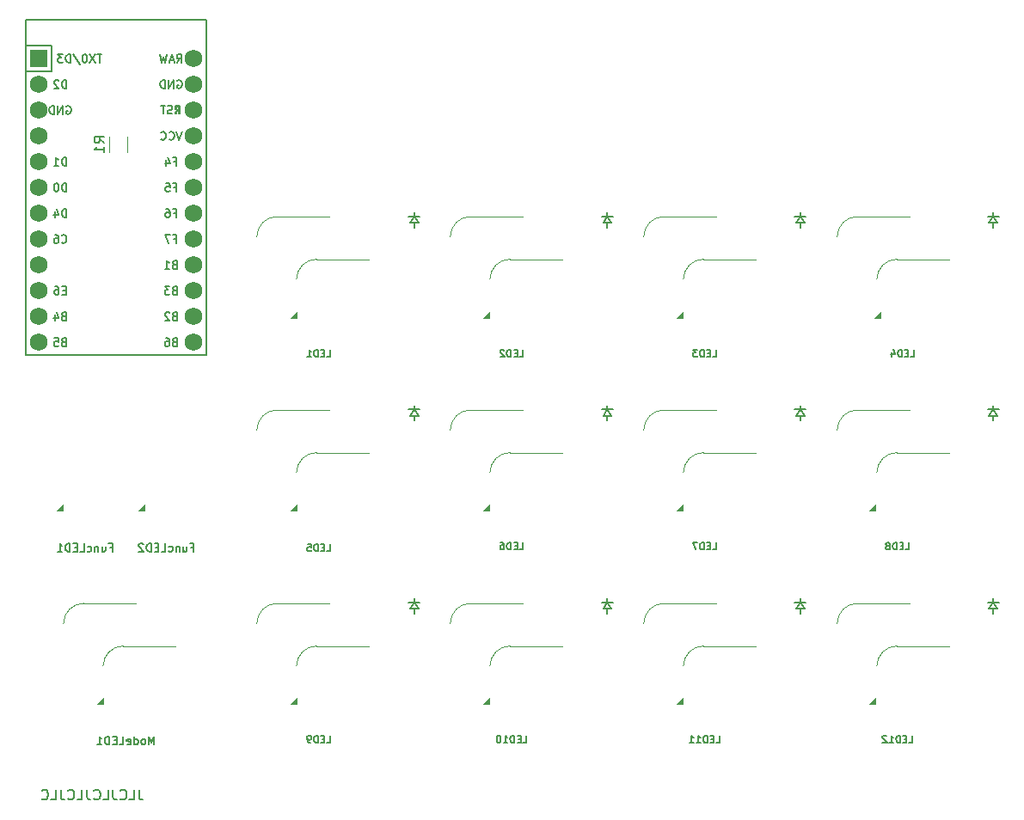
<source format=gbr>
%TF.GenerationSoftware,KiCad,Pcbnew,7.0.9*%
%TF.CreationDate,2024-04-10T10:39:18-07:00*%
%TF.ProjectId,macrov2.2.001,6d616372-6f76-4322-9e32-2e3030312e6b,2.2.001*%
%TF.SameCoordinates,Original*%
%TF.FileFunction,Legend,Bot*%
%TF.FilePolarity,Positive*%
%FSLAX46Y46*%
G04 Gerber Fmt 4.6, Leading zero omitted, Abs format (unit mm)*
G04 Created by KiCad (PCBNEW 7.0.9) date 2024-04-10 10:39:18*
%MOMM*%
%LPD*%
G01*
G04 APERTURE LIST*
%ADD10C,0.150000*%
%ADD11C,0.120000*%
%ADD12C,0.200000*%
%ADD13C,0.100000*%
%ADD14R,1.752600X1.752600*%
%ADD15C,1.752600*%
G04 APERTURE END LIST*
D10*
X65302506Y-103044819D02*
X65302506Y-103759104D01*
X65302506Y-103759104D02*
X65350125Y-103901961D01*
X65350125Y-103901961D02*
X65445363Y-103997200D01*
X65445363Y-103997200D02*
X65588220Y-104044819D01*
X65588220Y-104044819D02*
X65683458Y-104044819D01*
X64350125Y-104044819D02*
X64826315Y-104044819D01*
X64826315Y-104044819D02*
X64826315Y-103044819D01*
X63445363Y-103949580D02*
X63492982Y-103997200D01*
X63492982Y-103997200D02*
X63635839Y-104044819D01*
X63635839Y-104044819D02*
X63731077Y-104044819D01*
X63731077Y-104044819D02*
X63873934Y-103997200D01*
X63873934Y-103997200D02*
X63969172Y-103901961D01*
X63969172Y-103901961D02*
X64016791Y-103806723D01*
X64016791Y-103806723D02*
X64064410Y-103616247D01*
X64064410Y-103616247D02*
X64064410Y-103473390D01*
X64064410Y-103473390D02*
X64016791Y-103282914D01*
X64016791Y-103282914D02*
X63969172Y-103187676D01*
X63969172Y-103187676D02*
X63873934Y-103092438D01*
X63873934Y-103092438D02*
X63731077Y-103044819D01*
X63731077Y-103044819D02*
X63635839Y-103044819D01*
X63635839Y-103044819D02*
X63492982Y-103092438D01*
X63492982Y-103092438D02*
X63445363Y-103140057D01*
X62731077Y-103044819D02*
X62731077Y-103759104D01*
X62731077Y-103759104D02*
X62778696Y-103901961D01*
X62778696Y-103901961D02*
X62873934Y-103997200D01*
X62873934Y-103997200D02*
X63016791Y-104044819D01*
X63016791Y-104044819D02*
X63112029Y-104044819D01*
X61778696Y-104044819D02*
X62254886Y-104044819D01*
X62254886Y-104044819D02*
X62254886Y-103044819D01*
X60873934Y-103949580D02*
X60921553Y-103997200D01*
X60921553Y-103997200D02*
X61064410Y-104044819D01*
X61064410Y-104044819D02*
X61159648Y-104044819D01*
X61159648Y-104044819D02*
X61302505Y-103997200D01*
X61302505Y-103997200D02*
X61397743Y-103901961D01*
X61397743Y-103901961D02*
X61445362Y-103806723D01*
X61445362Y-103806723D02*
X61492981Y-103616247D01*
X61492981Y-103616247D02*
X61492981Y-103473390D01*
X61492981Y-103473390D02*
X61445362Y-103282914D01*
X61445362Y-103282914D02*
X61397743Y-103187676D01*
X61397743Y-103187676D02*
X61302505Y-103092438D01*
X61302505Y-103092438D02*
X61159648Y-103044819D01*
X61159648Y-103044819D02*
X61064410Y-103044819D01*
X61064410Y-103044819D02*
X60921553Y-103092438D01*
X60921553Y-103092438D02*
X60873934Y-103140057D01*
X60159648Y-103044819D02*
X60159648Y-103759104D01*
X60159648Y-103759104D02*
X60207267Y-103901961D01*
X60207267Y-103901961D02*
X60302505Y-103997200D01*
X60302505Y-103997200D02*
X60445362Y-104044819D01*
X60445362Y-104044819D02*
X60540600Y-104044819D01*
X59207267Y-104044819D02*
X59683457Y-104044819D01*
X59683457Y-104044819D02*
X59683457Y-103044819D01*
X58302505Y-103949580D02*
X58350124Y-103997200D01*
X58350124Y-103997200D02*
X58492981Y-104044819D01*
X58492981Y-104044819D02*
X58588219Y-104044819D01*
X58588219Y-104044819D02*
X58731076Y-103997200D01*
X58731076Y-103997200D02*
X58826314Y-103901961D01*
X58826314Y-103901961D02*
X58873933Y-103806723D01*
X58873933Y-103806723D02*
X58921552Y-103616247D01*
X58921552Y-103616247D02*
X58921552Y-103473390D01*
X58921552Y-103473390D02*
X58873933Y-103282914D01*
X58873933Y-103282914D02*
X58826314Y-103187676D01*
X58826314Y-103187676D02*
X58731076Y-103092438D01*
X58731076Y-103092438D02*
X58588219Y-103044819D01*
X58588219Y-103044819D02*
X58492981Y-103044819D01*
X58492981Y-103044819D02*
X58350124Y-103092438D01*
X58350124Y-103092438D02*
X58302505Y-103140057D01*
X57588219Y-103044819D02*
X57588219Y-103759104D01*
X57588219Y-103759104D02*
X57635838Y-103901961D01*
X57635838Y-103901961D02*
X57731076Y-103997200D01*
X57731076Y-103997200D02*
X57873933Y-104044819D01*
X57873933Y-104044819D02*
X57969171Y-104044819D01*
X56635838Y-104044819D02*
X57112028Y-104044819D01*
X57112028Y-104044819D02*
X57112028Y-103044819D01*
X55731076Y-103949580D02*
X55778695Y-103997200D01*
X55778695Y-103997200D02*
X55921552Y-104044819D01*
X55921552Y-104044819D02*
X56016790Y-104044819D01*
X56016790Y-104044819D02*
X56159647Y-103997200D01*
X56159647Y-103997200D02*
X56254885Y-103901961D01*
X56254885Y-103901961D02*
X56302504Y-103806723D01*
X56302504Y-103806723D02*
X56350123Y-103616247D01*
X56350123Y-103616247D02*
X56350123Y-103473390D01*
X56350123Y-103473390D02*
X56302504Y-103282914D01*
X56302504Y-103282914D02*
X56254885Y-103187676D01*
X56254885Y-103187676D02*
X56159647Y-103092438D01*
X56159647Y-103092438D02*
X56016790Y-103044819D01*
X56016790Y-103044819D02*
X55921552Y-103044819D01*
X55921552Y-103044819D02*
X55778695Y-103092438D01*
X55778695Y-103092438D02*
X55731076Y-103140057D01*
X58129475Y-44127295D02*
X58129475Y-43327295D01*
X58129475Y-43327295D02*
X57938999Y-43327295D01*
X57938999Y-43327295D02*
X57824713Y-43365390D01*
X57824713Y-43365390D02*
X57748523Y-43441580D01*
X57748523Y-43441580D02*
X57710428Y-43517771D01*
X57710428Y-43517771D02*
X57672332Y-43670152D01*
X57672332Y-43670152D02*
X57672332Y-43784438D01*
X57672332Y-43784438D02*
X57710428Y-43936819D01*
X57710428Y-43936819D02*
X57748523Y-44013009D01*
X57748523Y-44013009D02*
X57824713Y-44089200D01*
X57824713Y-44089200D02*
X57938999Y-44127295D01*
X57938999Y-44127295D02*
X58129475Y-44127295D01*
X57177094Y-43327295D02*
X57100904Y-43327295D01*
X57100904Y-43327295D02*
X57024713Y-43365390D01*
X57024713Y-43365390D02*
X56986618Y-43403485D01*
X56986618Y-43403485D02*
X56948523Y-43479676D01*
X56948523Y-43479676D02*
X56910428Y-43632057D01*
X56910428Y-43632057D02*
X56910428Y-43822533D01*
X56910428Y-43822533D02*
X56948523Y-43974914D01*
X56948523Y-43974914D02*
X56986618Y-44051104D01*
X56986618Y-44051104D02*
X57024713Y-44089200D01*
X57024713Y-44089200D02*
X57100904Y-44127295D01*
X57100904Y-44127295D02*
X57177094Y-44127295D01*
X57177094Y-44127295D02*
X57253285Y-44089200D01*
X57253285Y-44089200D02*
X57291380Y-44051104D01*
X57291380Y-44051104D02*
X57329475Y-43974914D01*
X57329475Y-43974914D02*
X57367571Y-43822533D01*
X57367571Y-43822533D02*
X57367571Y-43632057D01*
X57367571Y-43632057D02*
X57329475Y-43479676D01*
X57329475Y-43479676D02*
X57291380Y-43403485D01*
X57291380Y-43403485D02*
X57253285Y-43365390D01*
X57253285Y-43365390D02*
X57177094Y-43327295D01*
X68784809Y-53868247D02*
X68670523Y-53906342D01*
X68670523Y-53906342D02*
X68632428Y-53944438D01*
X68632428Y-53944438D02*
X68594332Y-54020628D01*
X68594332Y-54020628D02*
X68594332Y-54134914D01*
X68594332Y-54134914D02*
X68632428Y-54211104D01*
X68632428Y-54211104D02*
X68670523Y-54249200D01*
X68670523Y-54249200D02*
X68746713Y-54287295D01*
X68746713Y-54287295D02*
X69051475Y-54287295D01*
X69051475Y-54287295D02*
X69051475Y-53487295D01*
X69051475Y-53487295D02*
X68784809Y-53487295D01*
X68784809Y-53487295D02*
X68708618Y-53525390D01*
X68708618Y-53525390D02*
X68670523Y-53563485D01*
X68670523Y-53563485D02*
X68632428Y-53639676D01*
X68632428Y-53639676D02*
X68632428Y-53715866D01*
X68632428Y-53715866D02*
X68670523Y-53792057D01*
X68670523Y-53792057D02*
X68708618Y-53830152D01*
X68708618Y-53830152D02*
X68784809Y-53868247D01*
X68784809Y-53868247D02*
X69051475Y-53868247D01*
X68327666Y-53487295D02*
X67832428Y-53487295D01*
X67832428Y-53487295D02*
X68099094Y-53792057D01*
X68099094Y-53792057D02*
X67984809Y-53792057D01*
X67984809Y-53792057D02*
X67908618Y-53830152D01*
X67908618Y-53830152D02*
X67870523Y-53868247D01*
X67870523Y-53868247D02*
X67832428Y-53944438D01*
X67832428Y-53944438D02*
X67832428Y-54134914D01*
X67832428Y-54134914D02*
X67870523Y-54211104D01*
X67870523Y-54211104D02*
X67908618Y-54249200D01*
X67908618Y-54249200D02*
X67984809Y-54287295D01*
X67984809Y-54287295D02*
X68213380Y-54287295D01*
X68213380Y-54287295D02*
X68289571Y-54249200D01*
X68289571Y-54249200D02*
X68327666Y-54211104D01*
X68573333Y-36449200D02*
X68459047Y-36487295D01*
X68459047Y-36487295D02*
X68268571Y-36487295D01*
X68268571Y-36487295D02*
X68192380Y-36449200D01*
X68192380Y-36449200D02*
X68154285Y-36411104D01*
X68154285Y-36411104D02*
X68116190Y-36334914D01*
X68116190Y-36334914D02*
X68116190Y-36258723D01*
X68116190Y-36258723D02*
X68154285Y-36182533D01*
X68154285Y-36182533D02*
X68192380Y-36144438D01*
X68192380Y-36144438D02*
X68268571Y-36106342D01*
X68268571Y-36106342D02*
X68420952Y-36068247D01*
X68420952Y-36068247D02*
X68497142Y-36030152D01*
X68497142Y-36030152D02*
X68535237Y-35992057D01*
X68535237Y-35992057D02*
X68573333Y-35915866D01*
X68573333Y-35915866D02*
X68573333Y-35839676D01*
X68573333Y-35839676D02*
X68535237Y-35763485D01*
X68535237Y-35763485D02*
X68497142Y-35725390D01*
X68497142Y-35725390D02*
X68420952Y-35687295D01*
X68420952Y-35687295D02*
X68230475Y-35687295D01*
X68230475Y-35687295D02*
X68116190Y-35725390D01*
X67887618Y-35687295D02*
X67430475Y-35687295D01*
X67659047Y-36487295D02*
X67659047Y-35687295D01*
X58091380Y-53868247D02*
X57824714Y-53868247D01*
X57710428Y-54287295D02*
X58091380Y-54287295D01*
X58091380Y-54287295D02*
X58091380Y-53487295D01*
X58091380Y-53487295D02*
X57710428Y-53487295D01*
X57024713Y-53487295D02*
X57177094Y-53487295D01*
X57177094Y-53487295D02*
X57253285Y-53525390D01*
X57253285Y-53525390D02*
X57291380Y-53563485D01*
X57291380Y-53563485D02*
X57367570Y-53677771D01*
X57367570Y-53677771D02*
X57405666Y-53830152D01*
X57405666Y-53830152D02*
X57405666Y-54134914D01*
X57405666Y-54134914D02*
X57367570Y-54211104D01*
X57367570Y-54211104D02*
X57329475Y-54249200D01*
X57329475Y-54249200D02*
X57253285Y-54287295D01*
X57253285Y-54287295D02*
X57100904Y-54287295D01*
X57100904Y-54287295D02*
X57024713Y-54249200D01*
X57024713Y-54249200D02*
X56986618Y-54211104D01*
X56986618Y-54211104D02*
X56948523Y-54134914D01*
X56948523Y-54134914D02*
X56948523Y-53944438D01*
X56948523Y-53944438D02*
X56986618Y-53868247D01*
X56986618Y-53868247D02*
X57024713Y-53830152D01*
X57024713Y-53830152D02*
X57100904Y-53792057D01*
X57100904Y-53792057D02*
X57253285Y-53792057D01*
X57253285Y-53792057D02*
X57329475Y-53830152D01*
X57329475Y-53830152D02*
X57367570Y-53868247D01*
X57367570Y-53868247D02*
X57405666Y-53944438D01*
X68727666Y-43708247D02*
X68994332Y-43708247D01*
X68994332Y-44127295D02*
X68994332Y-43327295D01*
X68994332Y-43327295D02*
X68613380Y-43327295D01*
X67927666Y-43327295D02*
X68308618Y-43327295D01*
X68308618Y-43327295D02*
X68346714Y-43708247D01*
X68346714Y-43708247D02*
X68308618Y-43670152D01*
X68308618Y-43670152D02*
X68232428Y-43632057D01*
X68232428Y-43632057D02*
X68041952Y-43632057D01*
X68041952Y-43632057D02*
X67965761Y-43670152D01*
X67965761Y-43670152D02*
X67927666Y-43708247D01*
X67927666Y-43708247D02*
X67889571Y-43784438D01*
X67889571Y-43784438D02*
X67889571Y-43974914D01*
X67889571Y-43974914D02*
X67927666Y-44051104D01*
X67927666Y-44051104D02*
X67965761Y-44089200D01*
X67965761Y-44089200D02*
X68041952Y-44127295D01*
X68041952Y-44127295D02*
X68232428Y-44127295D01*
X68232428Y-44127295D02*
X68308618Y-44089200D01*
X68308618Y-44089200D02*
X68346714Y-44051104D01*
X69013380Y-31427295D02*
X69280047Y-31046342D01*
X69470523Y-31427295D02*
X69470523Y-30627295D01*
X69470523Y-30627295D02*
X69165761Y-30627295D01*
X69165761Y-30627295D02*
X69089571Y-30665390D01*
X69089571Y-30665390D02*
X69051476Y-30703485D01*
X69051476Y-30703485D02*
X69013380Y-30779676D01*
X69013380Y-30779676D02*
X69013380Y-30893961D01*
X69013380Y-30893961D02*
X69051476Y-30970152D01*
X69051476Y-30970152D02*
X69089571Y-31008247D01*
X69089571Y-31008247D02*
X69165761Y-31046342D01*
X69165761Y-31046342D02*
X69470523Y-31046342D01*
X68708619Y-31198723D02*
X68327666Y-31198723D01*
X68784809Y-31427295D02*
X68518142Y-30627295D01*
X68518142Y-30627295D02*
X68251476Y-31427295D01*
X68061000Y-30627295D02*
X67870524Y-31427295D01*
X67870524Y-31427295D02*
X67718143Y-30855866D01*
X67718143Y-30855866D02*
X67565762Y-31427295D01*
X67565762Y-31427295D02*
X67375286Y-30627295D01*
X68727666Y-46248247D02*
X68994332Y-46248247D01*
X68994332Y-46667295D02*
X68994332Y-45867295D01*
X68994332Y-45867295D02*
X68613380Y-45867295D01*
X67965761Y-45867295D02*
X68118142Y-45867295D01*
X68118142Y-45867295D02*
X68194333Y-45905390D01*
X68194333Y-45905390D02*
X68232428Y-45943485D01*
X68232428Y-45943485D02*
X68308618Y-46057771D01*
X68308618Y-46057771D02*
X68346714Y-46210152D01*
X68346714Y-46210152D02*
X68346714Y-46514914D01*
X68346714Y-46514914D02*
X68308618Y-46591104D01*
X68308618Y-46591104D02*
X68270523Y-46629200D01*
X68270523Y-46629200D02*
X68194333Y-46667295D01*
X68194333Y-46667295D02*
X68041952Y-46667295D01*
X68041952Y-46667295D02*
X67965761Y-46629200D01*
X67965761Y-46629200D02*
X67927666Y-46591104D01*
X67927666Y-46591104D02*
X67889571Y-46514914D01*
X67889571Y-46514914D02*
X67889571Y-46324438D01*
X67889571Y-46324438D02*
X67927666Y-46248247D01*
X67927666Y-46248247D02*
X67965761Y-46210152D01*
X67965761Y-46210152D02*
X68041952Y-46172057D01*
X68041952Y-46172057D02*
X68194333Y-46172057D01*
X68194333Y-46172057D02*
X68270523Y-46210152D01*
X68270523Y-46210152D02*
X68308618Y-46248247D01*
X68308618Y-46248247D02*
X68346714Y-46324438D01*
X68727666Y-48788247D02*
X68994332Y-48788247D01*
X68994332Y-49207295D02*
X68994332Y-48407295D01*
X68994332Y-48407295D02*
X68613380Y-48407295D01*
X68384809Y-48407295D02*
X67851475Y-48407295D01*
X67851475Y-48407295D02*
X68194333Y-49207295D01*
X68727666Y-41168247D02*
X68994332Y-41168247D01*
X68994332Y-41587295D02*
X68994332Y-40787295D01*
X68994332Y-40787295D02*
X68613380Y-40787295D01*
X67965761Y-41053961D02*
X67965761Y-41587295D01*
X68156237Y-40749200D02*
X68346714Y-41320628D01*
X68346714Y-41320628D02*
X67851475Y-41320628D01*
X69070523Y-33205390D02*
X69146713Y-33167295D01*
X69146713Y-33167295D02*
X69260999Y-33167295D01*
X69260999Y-33167295D02*
X69375285Y-33205390D01*
X69375285Y-33205390D02*
X69451475Y-33281580D01*
X69451475Y-33281580D02*
X69489570Y-33357771D01*
X69489570Y-33357771D02*
X69527666Y-33510152D01*
X69527666Y-33510152D02*
X69527666Y-33624438D01*
X69527666Y-33624438D02*
X69489570Y-33776819D01*
X69489570Y-33776819D02*
X69451475Y-33853009D01*
X69451475Y-33853009D02*
X69375285Y-33929200D01*
X69375285Y-33929200D02*
X69260999Y-33967295D01*
X69260999Y-33967295D02*
X69184808Y-33967295D01*
X69184808Y-33967295D02*
X69070523Y-33929200D01*
X69070523Y-33929200D02*
X69032427Y-33891104D01*
X69032427Y-33891104D02*
X69032427Y-33624438D01*
X69032427Y-33624438D02*
X69184808Y-33624438D01*
X68689570Y-33967295D02*
X68689570Y-33167295D01*
X68689570Y-33167295D02*
X68232427Y-33967295D01*
X68232427Y-33967295D02*
X68232427Y-33167295D01*
X67851475Y-33967295D02*
X67851475Y-33167295D01*
X67851475Y-33167295D02*
X67660999Y-33167295D01*
X67660999Y-33167295D02*
X67546713Y-33205390D01*
X67546713Y-33205390D02*
X67470523Y-33281580D01*
X67470523Y-33281580D02*
X67432428Y-33357771D01*
X67432428Y-33357771D02*
X67394332Y-33510152D01*
X67394332Y-33510152D02*
X67394332Y-33624438D01*
X67394332Y-33624438D02*
X67432428Y-33776819D01*
X67432428Y-33776819D02*
X67470523Y-33853009D01*
X67470523Y-33853009D02*
X67546713Y-33929200D01*
X67546713Y-33929200D02*
X67660999Y-33967295D01*
X67660999Y-33967295D02*
X67851475Y-33967295D01*
X57672332Y-49131104D02*
X57710428Y-49169200D01*
X57710428Y-49169200D02*
X57824713Y-49207295D01*
X57824713Y-49207295D02*
X57900904Y-49207295D01*
X57900904Y-49207295D02*
X58015190Y-49169200D01*
X58015190Y-49169200D02*
X58091380Y-49093009D01*
X58091380Y-49093009D02*
X58129475Y-49016819D01*
X58129475Y-49016819D02*
X58167571Y-48864438D01*
X58167571Y-48864438D02*
X58167571Y-48750152D01*
X58167571Y-48750152D02*
X58129475Y-48597771D01*
X58129475Y-48597771D02*
X58091380Y-48521580D01*
X58091380Y-48521580D02*
X58015190Y-48445390D01*
X58015190Y-48445390D02*
X57900904Y-48407295D01*
X57900904Y-48407295D02*
X57824713Y-48407295D01*
X57824713Y-48407295D02*
X57710428Y-48445390D01*
X57710428Y-48445390D02*
X57672332Y-48483485D01*
X56986618Y-48407295D02*
X57138999Y-48407295D01*
X57138999Y-48407295D02*
X57215190Y-48445390D01*
X57215190Y-48445390D02*
X57253285Y-48483485D01*
X57253285Y-48483485D02*
X57329475Y-48597771D01*
X57329475Y-48597771D02*
X57367571Y-48750152D01*
X57367571Y-48750152D02*
X57367571Y-49054914D01*
X57367571Y-49054914D02*
X57329475Y-49131104D01*
X57329475Y-49131104D02*
X57291380Y-49169200D01*
X57291380Y-49169200D02*
X57215190Y-49207295D01*
X57215190Y-49207295D02*
X57062809Y-49207295D01*
X57062809Y-49207295D02*
X56986618Y-49169200D01*
X56986618Y-49169200D02*
X56948523Y-49131104D01*
X56948523Y-49131104D02*
X56910428Y-49054914D01*
X56910428Y-49054914D02*
X56910428Y-48864438D01*
X56910428Y-48864438D02*
X56948523Y-48788247D01*
X56948523Y-48788247D02*
X56986618Y-48750152D01*
X56986618Y-48750152D02*
X57062809Y-48712057D01*
X57062809Y-48712057D02*
X57215190Y-48712057D01*
X57215190Y-48712057D02*
X57291380Y-48750152D01*
X57291380Y-48750152D02*
X57329475Y-48788247D01*
X57329475Y-48788247D02*
X57367571Y-48864438D01*
X58129475Y-41587295D02*
X58129475Y-40787295D01*
X58129475Y-40787295D02*
X57938999Y-40787295D01*
X57938999Y-40787295D02*
X57824713Y-40825390D01*
X57824713Y-40825390D02*
X57748523Y-40901580D01*
X57748523Y-40901580D02*
X57710428Y-40977771D01*
X57710428Y-40977771D02*
X57672332Y-41130152D01*
X57672332Y-41130152D02*
X57672332Y-41244438D01*
X57672332Y-41244438D02*
X57710428Y-41396819D01*
X57710428Y-41396819D02*
X57748523Y-41473009D01*
X57748523Y-41473009D02*
X57824713Y-41549200D01*
X57824713Y-41549200D02*
X57938999Y-41587295D01*
X57938999Y-41587295D02*
X58129475Y-41587295D01*
X56910428Y-41587295D02*
X57367571Y-41587295D01*
X57138999Y-41587295D02*
X57138999Y-40787295D01*
X57138999Y-40787295D02*
X57215190Y-40901580D01*
X57215190Y-40901580D02*
X57291380Y-40977771D01*
X57291380Y-40977771D02*
X57367571Y-41015866D01*
X68784809Y-58948247D02*
X68670523Y-58986342D01*
X68670523Y-58986342D02*
X68632428Y-59024438D01*
X68632428Y-59024438D02*
X68594332Y-59100628D01*
X68594332Y-59100628D02*
X68594332Y-59214914D01*
X68594332Y-59214914D02*
X68632428Y-59291104D01*
X68632428Y-59291104D02*
X68670523Y-59329200D01*
X68670523Y-59329200D02*
X68746713Y-59367295D01*
X68746713Y-59367295D02*
X69051475Y-59367295D01*
X69051475Y-59367295D02*
X69051475Y-58567295D01*
X69051475Y-58567295D02*
X68784809Y-58567295D01*
X68784809Y-58567295D02*
X68708618Y-58605390D01*
X68708618Y-58605390D02*
X68670523Y-58643485D01*
X68670523Y-58643485D02*
X68632428Y-58719676D01*
X68632428Y-58719676D02*
X68632428Y-58795866D01*
X68632428Y-58795866D02*
X68670523Y-58872057D01*
X68670523Y-58872057D02*
X68708618Y-58910152D01*
X68708618Y-58910152D02*
X68784809Y-58948247D01*
X68784809Y-58948247D02*
X69051475Y-58948247D01*
X67908618Y-58567295D02*
X68060999Y-58567295D01*
X68060999Y-58567295D02*
X68137190Y-58605390D01*
X68137190Y-58605390D02*
X68175285Y-58643485D01*
X68175285Y-58643485D02*
X68251475Y-58757771D01*
X68251475Y-58757771D02*
X68289571Y-58910152D01*
X68289571Y-58910152D02*
X68289571Y-59214914D01*
X68289571Y-59214914D02*
X68251475Y-59291104D01*
X68251475Y-59291104D02*
X68213380Y-59329200D01*
X68213380Y-59329200D02*
X68137190Y-59367295D01*
X68137190Y-59367295D02*
X67984809Y-59367295D01*
X67984809Y-59367295D02*
X67908618Y-59329200D01*
X67908618Y-59329200D02*
X67870523Y-59291104D01*
X67870523Y-59291104D02*
X67832428Y-59214914D01*
X67832428Y-59214914D02*
X67832428Y-59024438D01*
X67832428Y-59024438D02*
X67870523Y-58948247D01*
X67870523Y-58948247D02*
X67908618Y-58910152D01*
X67908618Y-58910152D02*
X67984809Y-58872057D01*
X67984809Y-58872057D02*
X68137190Y-58872057D01*
X68137190Y-58872057D02*
X68213380Y-58910152D01*
X68213380Y-58910152D02*
X68251475Y-58948247D01*
X68251475Y-58948247D02*
X68289571Y-59024438D01*
X61618604Y-30627295D02*
X61161461Y-30627295D01*
X61390033Y-31427295D02*
X61390033Y-30627295D01*
X60970985Y-30627295D02*
X60437651Y-31427295D01*
X60437651Y-30627295D02*
X60970985Y-31427295D01*
X59980508Y-30627295D02*
X59904318Y-30627295D01*
X59904318Y-30627295D02*
X59828127Y-30665390D01*
X59828127Y-30665390D02*
X59790032Y-30703485D01*
X59790032Y-30703485D02*
X59751937Y-30779676D01*
X59751937Y-30779676D02*
X59713842Y-30932057D01*
X59713842Y-30932057D02*
X59713842Y-31122533D01*
X59713842Y-31122533D02*
X59751937Y-31274914D01*
X59751937Y-31274914D02*
X59790032Y-31351104D01*
X59790032Y-31351104D02*
X59828127Y-31389200D01*
X59828127Y-31389200D02*
X59904318Y-31427295D01*
X59904318Y-31427295D02*
X59980508Y-31427295D01*
X59980508Y-31427295D02*
X60056699Y-31389200D01*
X60056699Y-31389200D02*
X60094794Y-31351104D01*
X60094794Y-31351104D02*
X60132889Y-31274914D01*
X60132889Y-31274914D02*
X60170985Y-31122533D01*
X60170985Y-31122533D02*
X60170985Y-30932057D01*
X60170985Y-30932057D02*
X60132889Y-30779676D01*
X60132889Y-30779676D02*
X60094794Y-30703485D01*
X60094794Y-30703485D02*
X60056699Y-30665390D01*
X60056699Y-30665390D02*
X59980508Y-30627295D01*
X58799556Y-30589200D02*
X59485270Y-31617771D01*
X58532889Y-31427295D02*
X58532889Y-30627295D01*
X58532889Y-30627295D02*
X58342413Y-30627295D01*
X58342413Y-30627295D02*
X58228127Y-30665390D01*
X58228127Y-30665390D02*
X58151937Y-30741580D01*
X58151937Y-30741580D02*
X58113842Y-30817771D01*
X58113842Y-30817771D02*
X58075746Y-30970152D01*
X58075746Y-30970152D02*
X58075746Y-31084438D01*
X58075746Y-31084438D02*
X58113842Y-31236819D01*
X58113842Y-31236819D02*
X58151937Y-31313009D01*
X58151937Y-31313009D02*
X58228127Y-31389200D01*
X58228127Y-31389200D02*
X58342413Y-31427295D01*
X58342413Y-31427295D02*
X58532889Y-31427295D01*
X57809080Y-30627295D02*
X57313842Y-30627295D01*
X57313842Y-30627295D02*
X57580508Y-30932057D01*
X57580508Y-30932057D02*
X57466223Y-30932057D01*
X57466223Y-30932057D02*
X57390032Y-30970152D01*
X57390032Y-30970152D02*
X57351937Y-31008247D01*
X57351937Y-31008247D02*
X57313842Y-31084438D01*
X57313842Y-31084438D02*
X57313842Y-31274914D01*
X57313842Y-31274914D02*
X57351937Y-31351104D01*
X57351937Y-31351104D02*
X57390032Y-31389200D01*
X57390032Y-31389200D02*
X57466223Y-31427295D01*
X57466223Y-31427295D02*
X57694794Y-31427295D01*
X57694794Y-31427295D02*
X57770985Y-31389200D01*
X57770985Y-31389200D02*
X57809080Y-31351104D01*
X58129475Y-46667295D02*
X58129475Y-45867295D01*
X58129475Y-45867295D02*
X57938999Y-45867295D01*
X57938999Y-45867295D02*
X57824713Y-45905390D01*
X57824713Y-45905390D02*
X57748523Y-45981580D01*
X57748523Y-45981580D02*
X57710428Y-46057771D01*
X57710428Y-46057771D02*
X57672332Y-46210152D01*
X57672332Y-46210152D02*
X57672332Y-46324438D01*
X57672332Y-46324438D02*
X57710428Y-46476819D01*
X57710428Y-46476819D02*
X57748523Y-46553009D01*
X57748523Y-46553009D02*
X57824713Y-46629200D01*
X57824713Y-46629200D02*
X57938999Y-46667295D01*
X57938999Y-46667295D02*
X58129475Y-46667295D01*
X56986618Y-46133961D02*
X56986618Y-46667295D01*
X57177094Y-45829200D02*
X57367571Y-46400628D01*
X57367571Y-46400628D02*
X56872332Y-46400628D01*
X58129475Y-33967295D02*
X58129475Y-33167295D01*
X58129475Y-33167295D02*
X57938999Y-33167295D01*
X57938999Y-33167295D02*
X57824713Y-33205390D01*
X57824713Y-33205390D02*
X57748523Y-33281580D01*
X57748523Y-33281580D02*
X57710428Y-33357771D01*
X57710428Y-33357771D02*
X57672332Y-33510152D01*
X57672332Y-33510152D02*
X57672332Y-33624438D01*
X57672332Y-33624438D02*
X57710428Y-33776819D01*
X57710428Y-33776819D02*
X57748523Y-33853009D01*
X57748523Y-33853009D02*
X57824713Y-33929200D01*
X57824713Y-33929200D02*
X57938999Y-33967295D01*
X57938999Y-33967295D02*
X58129475Y-33967295D01*
X57367571Y-33243485D02*
X57329475Y-33205390D01*
X57329475Y-33205390D02*
X57253285Y-33167295D01*
X57253285Y-33167295D02*
X57062809Y-33167295D01*
X57062809Y-33167295D02*
X56986618Y-33205390D01*
X56986618Y-33205390D02*
X56948523Y-33243485D01*
X56948523Y-33243485D02*
X56910428Y-33319676D01*
X56910428Y-33319676D02*
X56910428Y-33395866D01*
X56910428Y-33395866D02*
X56948523Y-33510152D01*
X56948523Y-33510152D02*
X57405666Y-33967295D01*
X57405666Y-33967295D02*
X56910428Y-33967295D01*
X69527666Y-38247295D02*
X69260999Y-39047295D01*
X69260999Y-39047295D02*
X68994333Y-38247295D01*
X68270523Y-38971104D02*
X68308619Y-39009200D01*
X68308619Y-39009200D02*
X68422904Y-39047295D01*
X68422904Y-39047295D02*
X68499095Y-39047295D01*
X68499095Y-39047295D02*
X68613381Y-39009200D01*
X68613381Y-39009200D02*
X68689571Y-38933009D01*
X68689571Y-38933009D02*
X68727666Y-38856819D01*
X68727666Y-38856819D02*
X68765762Y-38704438D01*
X68765762Y-38704438D02*
X68765762Y-38590152D01*
X68765762Y-38590152D02*
X68727666Y-38437771D01*
X68727666Y-38437771D02*
X68689571Y-38361580D01*
X68689571Y-38361580D02*
X68613381Y-38285390D01*
X68613381Y-38285390D02*
X68499095Y-38247295D01*
X68499095Y-38247295D02*
X68422904Y-38247295D01*
X68422904Y-38247295D02*
X68308619Y-38285390D01*
X68308619Y-38285390D02*
X68270523Y-38323485D01*
X67470523Y-38971104D02*
X67508619Y-39009200D01*
X67508619Y-39009200D02*
X67622904Y-39047295D01*
X67622904Y-39047295D02*
X67699095Y-39047295D01*
X67699095Y-39047295D02*
X67813381Y-39009200D01*
X67813381Y-39009200D02*
X67889571Y-38933009D01*
X67889571Y-38933009D02*
X67927666Y-38856819D01*
X67927666Y-38856819D02*
X67965762Y-38704438D01*
X67965762Y-38704438D02*
X67965762Y-38590152D01*
X67965762Y-38590152D02*
X67927666Y-38437771D01*
X67927666Y-38437771D02*
X67889571Y-38361580D01*
X67889571Y-38361580D02*
X67813381Y-38285390D01*
X67813381Y-38285390D02*
X67699095Y-38247295D01*
X67699095Y-38247295D02*
X67622904Y-38247295D01*
X67622904Y-38247295D02*
X67508619Y-38285390D01*
X67508619Y-38285390D02*
X67470523Y-38323485D01*
X57862809Y-56408247D02*
X57748523Y-56446342D01*
X57748523Y-56446342D02*
X57710428Y-56484438D01*
X57710428Y-56484438D02*
X57672332Y-56560628D01*
X57672332Y-56560628D02*
X57672332Y-56674914D01*
X57672332Y-56674914D02*
X57710428Y-56751104D01*
X57710428Y-56751104D02*
X57748523Y-56789200D01*
X57748523Y-56789200D02*
X57824713Y-56827295D01*
X57824713Y-56827295D02*
X58129475Y-56827295D01*
X58129475Y-56827295D02*
X58129475Y-56027295D01*
X58129475Y-56027295D02*
X57862809Y-56027295D01*
X57862809Y-56027295D02*
X57786618Y-56065390D01*
X57786618Y-56065390D02*
X57748523Y-56103485D01*
X57748523Y-56103485D02*
X57710428Y-56179676D01*
X57710428Y-56179676D02*
X57710428Y-56255866D01*
X57710428Y-56255866D02*
X57748523Y-56332057D01*
X57748523Y-56332057D02*
X57786618Y-56370152D01*
X57786618Y-56370152D02*
X57862809Y-56408247D01*
X57862809Y-56408247D02*
X58129475Y-56408247D01*
X56986618Y-56293961D02*
X56986618Y-56827295D01*
X57177094Y-55989200D02*
X57367571Y-56560628D01*
X57367571Y-56560628D02*
X56872332Y-56560628D01*
X68784809Y-56408247D02*
X68670523Y-56446342D01*
X68670523Y-56446342D02*
X68632428Y-56484438D01*
X68632428Y-56484438D02*
X68594332Y-56560628D01*
X68594332Y-56560628D02*
X68594332Y-56674914D01*
X68594332Y-56674914D02*
X68632428Y-56751104D01*
X68632428Y-56751104D02*
X68670523Y-56789200D01*
X68670523Y-56789200D02*
X68746713Y-56827295D01*
X68746713Y-56827295D02*
X69051475Y-56827295D01*
X69051475Y-56827295D02*
X69051475Y-56027295D01*
X69051475Y-56027295D02*
X68784809Y-56027295D01*
X68784809Y-56027295D02*
X68708618Y-56065390D01*
X68708618Y-56065390D02*
X68670523Y-56103485D01*
X68670523Y-56103485D02*
X68632428Y-56179676D01*
X68632428Y-56179676D02*
X68632428Y-56255866D01*
X68632428Y-56255866D02*
X68670523Y-56332057D01*
X68670523Y-56332057D02*
X68708618Y-56370152D01*
X68708618Y-56370152D02*
X68784809Y-56408247D01*
X68784809Y-56408247D02*
X69051475Y-56408247D01*
X68289571Y-56103485D02*
X68251475Y-56065390D01*
X68251475Y-56065390D02*
X68175285Y-56027295D01*
X68175285Y-56027295D02*
X67984809Y-56027295D01*
X67984809Y-56027295D02*
X67908618Y-56065390D01*
X67908618Y-56065390D02*
X67870523Y-56103485D01*
X67870523Y-56103485D02*
X67832428Y-56179676D01*
X67832428Y-56179676D02*
X67832428Y-56255866D01*
X67832428Y-56255866D02*
X67870523Y-56370152D01*
X67870523Y-56370152D02*
X68327666Y-56827295D01*
X68327666Y-56827295D02*
X67832428Y-56827295D01*
X68784809Y-51328247D02*
X68670523Y-51366342D01*
X68670523Y-51366342D02*
X68632428Y-51404438D01*
X68632428Y-51404438D02*
X68594332Y-51480628D01*
X68594332Y-51480628D02*
X68594332Y-51594914D01*
X68594332Y-51594914D02*
X68632428Y-51671104D01*
X68632428Y-51671104D02*
X68670523Y-51709200D01*
X68670523Y-51709200D02*
X68746713Y-51747295D01*
X68746713Y-51747295D02*
X69051475Y-51747295D01*
X69051475Y-51747295D02*
X69051475Y-50947295D01*
X69051475Y-50947295D02*
X68784809Y-50947295D01*
X68784809Y-50947295D02*
X68708618Y-50985390D01*
X68708618Y-50985390D02*
X68670523Y-51023485D01*
X68670523Y-51023485D02*
X68632428Y-51099676D01*
X68632428Y-51099676D02*
X68632428Y-51175866D01*
X68632428Y-51175866D02*
X68670523Y-51252057D01*
X68670523Y-51252057D02*
X68708618Y-51290152D01*
X68708618Y-51290152D02*
X68784809Y-51328247D01*
X68784809Y-51328247D02*
X69051475Y-51328247D01*
X67832428Y-51747295D02*
X68289571Y-51747295D01*
X68060999Y-51747295D02*
X68060999Y-50947295D01*
X68060999Y-50947295D02*
X68137190Y-51061580D01*
X68137190Y-51061580D02*
X68213380Y-51137771D01*
X68213380Y-51137771D02*
X68289571Y-51175866D01*
X58148523Y-35745390D02*
X58224713Y-35707295D01*
X58224713Y-35707295D02*
X58338999Y-35707295D01*
X58338999Y-35707295D02*
X58453285Y-35745390D01*
X58453285Y-35745390D02*
X58529475Y-35821580D01*
X58529475Y-35821580D02*
X58567570Y-35897771D01*
X58567570Y-35897771D02*
X58605666Y-36050152D01*
X58605666Y-36050152D02*
X58605666Y-36164438D01*
X58605666Y-36164438D02*
X58567570Y-36316819D01*
X58567570Y-36316819D02*
X58529475Y-36393009D01*
X58529475Y-36393009D02*
X58453285Y-36469200D01*
X58453285Y-36469200D02*
X58338999Y-36507295D01*
X58338999Y-36507295D02*
X58262808Y-36507295D01*
X58262808Y-36507295D02*
X58148523Y-36469200D01*
X58148523Y-36469200D02*
X58110427Y-36431104D01*
X58110427Y-36431104D02*
X58110427Y-36164438D01*
X58110427Y-36164438D02*
X58262808Y-36164438D01*
X57767570Y-36507295D02*
X57767570Y-35707295D01*
X57767570Y-35707295D02*
X57310427Y-36507295D01*
X57310427Y-36507295D02*
X57310427Y-35707295D01*
X56929475Y-36507295D02*
X56929475Y-35707295D01*
X56929475Y-35707295D02*
X56738999Y-35707295D01*
X56738999Y-35707295D02*
X56624713Y-35745390D01*
X56624713Y-35745390D02*
X56548523Y-35821580D01*
X56548523Y-35821580D02*
X56510428Y-35897771D01*
X56510428Y-35897771D02*
X56472332Y-36050152D01*
X56472332Y-36050152D02*
X56472332Y-36164438D01*
X56472332Y-36164438D02*
X56510428Y-36316819D01*
X56510428Y-36316819D02*
X56548523Y-36393009D01*
X56548523Y-36393009D02*
X56624713Y-36469200D01*
X56624713Y-36469200D02*
X56738999Y-36507295D01*
X56738999Y-36507295D02*
X56929475Y-36507295D01*
X57862809Y-58948247D02*
X57748523Y-58986342D01*
X57748523Y-58986342D02*
X57710428Y-59024438D01*
X57710428Y-59024438D02*
X57672332Y-59100628D01*
X57672332Y-59100628D02*
X57672332Y-59214914D01*
X57672332Y-59214914D02*
X57710428Y-59291104D01*
X57710428Y-59291104D02*
X57748523Y-59329200D01*
X57748523Y-59329200D02*
X57824713Y-59367295D01*
X57824713Y-59367295D02*
X58129475Y-59367295D01*
X58129475Y-59367295D02*
X58129475Y-58567295D01*
X58129475Y-58567295D02*
X57862809Y-58567295D01*
X57862809Y-58567295D02*
X57786618Y-58605390D01*
X57786618Y-58605390D02*
X57748523Y-58643485D01*
X57748523Y-58643485D02*
X57710428Y-58719676D01*
X57710428Y-58719676D02*
X57710428Y-58795866D01*
X57710428Y-58795866D02*
X57748523Y-58872057D01*
X57748523Y-58872057D02*
X57786618Y-58910152D01*
X57786618Y-58910152D02*
X57862809Y-58948247D01*
X57862809Y-58948247D02*
X58129475Y-58948247D01*
X56948523Y-58567295D02*
X57329475Y-58567295D01*
X57329475Y-58567295D02*
X57367571Y-58948247D01*
X57367571Y-58948247D02*
X57329475Y-58910152D01*
X57329475Y-58910152D02*
X57253285Y-58872057D01*
X57253285Y-58872057D02*
X57062809Y-58872057D01*
X57062809Y-58872057D02*
X56986618Y-58910152D01*
X56986618Y-58910152D02*
X56948523Y-58948247D01*
X56948523Y-58948247D02*
X56910428Y-59024438D01*
X56910428Y-59024438D02*
X56910428Y-59214914D01*
X56910428Y-59214914D02*
X56948523Y-59291104D01*
X56948523Y-59291104D02*
X56986618Y-59329200D01*
X56986618Y-59329200D02*
X57062809Y-59367295D01*
X57062809Y-59367295D02*
X57253285Y-59367295D01*
X57253285Y-59367295D02*
X57329475Y-59329200D01*
X57329475Y-59329200D02*
X57367571Y-59291104D01*
X122116667Y-98416033D02*
X122450000Y-98416033D01*
X122450000Y-98416033D02*
X122450000Y-97716033D01*
X121883333Y-98049366D02*
X121650000Y-98049366D01*
X121550000Y-98416033D02*
X121883333Y-98416033D01*
X121883333Y-98416033D02*
X121883333Y-97716033D01*
X121883333Y-97716033D02*
X121550000Y-97716033D01*
X121250000Y-98416033D02*
X121250000Y-97716033D01*
X121250000Y-97716033D02*
X121083333Y-97716033D01*
X121083333Y-97716033D02*
X120983333Y-97749366D01*
X120983333Y-97749366D02*
X120916667Y-97816033D01*
X120916667Y-97816033D02*
X120883333Y-97882700D01*
X120883333Y-97882700D02*
X120850000Y-98016033D01*
X120850000Y-98016033D02*
X120850000Y-98116033D01*
X120850000Y-98116033D02*
X120883333Y-98249366D01*
X120883333Y-98249366D02*
X120916667Y-98316033D01*
X120916667Y-98316033D02*
X120983333Y-98382700D01*
X120983333Y-98382700D02*
X121083333Y-98416033D01*
X121083333Y-98416033D02*
X121250000Y-98416033D01*
X120183333Y-98416033D02*
X120583333Y-98416033D01*
X120383333Y-98416033D02*
X120383333Y-97716033D01*
X120383333Y-97716033D02*
X120450000Y-97816033D01*
X120450000Y-97816033D02*
X120516667Y-97882700D01*
X120516667Y-97882700D02*
X120583333Y-97916033D01*
X119516666Y-98416033D02*
X119916666Y-98416033D01*
X119716666Y-98416033D02*
X119716666Y-97716033D01*
X119716666Y-97716033D02*
X119783333Y-97816033D01*
X119783333Y-97816033D02*
X119850000Y-97882700D01*
X119850000Y-97882700D02*
X119916666Y-97916033D01*
X83783333Y-79566033D02*
X84116666Y-79566033D01*
X84116666Y-79566033D02*
X84116666Y-78866033D01*
X83549999Y-79199366D02*
X83316666Y-79199366D01*
X83216666Y-79566033D02*
X83549999Y-79566033D01*
X83549999Y-79566033D02*
X83549999Y-78866033D01*
X83549999Y-78866033D02*
X83216666Y-78866033D01*
X82916666Y-79566033D02*
X82916666Y-78866033D01*
X82916666Y-78866033D02*
X82749999Y-78866033D01*
X82749999Y-78866033D02*
X82649999Y-78899366D01*
X82649999Y-78899366D02*
X82583333Y-78966033D01*
X82583333Y-78966033D02*
X82549999Y-79032700D01*
X82549999Y-79032700D02*
X82516666Y-79166033D01*
X82516666Y-79166033D02*
X82516666Y-79266033D01*
X82516666Y-79266033D02*
X82549999Y-79399366D01*
X82549999Y-79399366D02*
X82583333Y-79466033D01*
X82583333Y-79466033D02*
X82649999Y-79532700D01*
X82649999Y-79532700D02*
X82749999Y-79566033D01*
X82749999Y-79566033D02*
X82916666Y-79566033D01*
X81883333Y-78866033D02*
X82216666Y-78866033D01*
X82216666Y-78866033D02*
X82249999Y-79199366D01*
X82249999Y-79199366D02*
X82216666Y-79166033D01*
X82216666Y-79166033D02*
X82149999Y-79132700D01*
X82149999Y-79132700D02*
X81983333Y-79132700D01*
X81983333Y-79132700D02*
X81916666Y-79166033D01*
X81916666Y-79166033D02*
X81883333Y-79199366D01*
X81883333Y-79199366D02*
X81849999Y-79266033D01*
X81849999Y-79266033D02*
X81849999Y-79432700D01*
X81849999Y-79432700D02*
X81883333Y-79499366D01*
X81883333Y-79499366D02*
X81916666Y-79532700D01*
X81916666Y-79532700D02*
X81983333Y-79566033D01*
X81983333Y-79566033D02*
X82149999Y-79566033D01*
X82149999Y-79566033D02*
X82216666Y-79532700D01*
X82216666Y-79532700D02*
X82249999Y-79499366D01*
X103116667Y-98416033D02*
X103450000Y-98416033D01*
X103450000Y-98416033D02*
X103450000Y-97716033D01*
X102883333Y-98049366D02*
X102650000Y-98049366D01*
X102550000Y-98416033D02*
X102883333Y-98416033D01*
X102883333Y-98416033D02*
X102883333Y-97716033D01*
X102883333Y-97716033D02*
X102550000Y-97716033D01*
X102250000Y-98416033D02*
X102250000Y-97716033D01*
X102250000Y-97716033D02*
X102083333Y-97716033D01*
X102083333Y-97716033D02*
X101983333Y-97749366D01*
X101983333Y-97749366D02*
X101916667Y-97816033D01*
X101916667Y-97816033D02*
X101883333Y-97882700D01*
X101883333Y-97882700D02*
X101850000Y-98016033D01*
X101850000Y-98016033D02*
X101850000Y-98116033D01*
X101850000Y-98116033D02*
X101883333Y-98249366D01*
X101883333Y-98249366D02*
X101916667Y-98316033D01*
X101916667Y-98316033D02*
X101983333Y-98382700D01*
X101983333Y-98382700D02*
X102083333Y-98416033D01*
X102083333Y-98416033D02*
X102250000Y-98416033D01*
X101183333Y-98416033D02*
X101583333Y-98416033D01*
X101383333Y-98416033D02*
X101383333Y-97716033D01*
X101383333Y-97716033D02*
X101450000Y-97816033D01*
X101450000Y-97816033D02*
X101516667Y-97882700D01*
X101516667Y-97882700D02*
X101583333Y-97916033D01*
X100750000Y-97716033D02*
X100683333Y-97716033D01*
X100683333Y-97716033D02*
X100616666Y-97749366D01*
X100616666Y-97749366D02*
X100583333Y-97782700D01*
X100583333Y-97782700D02*
X100550000Y-97849366D01*
X100550000Y-97849366D02*
X100516666Y-97982700D01*
X100516666Y-97982700D02*
X100516666Y-98149366D01*
X100516666Y-98149366D02*
X100550000Y-98282700D01*
X100550000Y-98282700D02*
X100583333Y-98349366D01*
X100583333Y-98349366D02*
X100616666Y-98382700D01*
X100616666Y-98382700D02*
X100683333Y-98416033D01*
X100683333Y-98416033D02*
X100750000Y-98416033D01*
X100750000Y-98416033D02*
X100816666Y-98382700D01*
X100816666Y-98382700D02*
X100850000Y-98349366D01*
X100850000Y-98349366D02*
X100883333Y-98282700D01*
X100883333Y-98282700D02*
X100916666Y-98149366D01*
X100916666Y-98149366D02*
X100916666Y-97982700D01*
X100916666Y-97982700D02*
X100883333Y-97849366D01*
X100883333Y-97849366D02*
X100850000Y-97782700D01*
X100850000Y-97782700D02*
X100816666Y-97749366D01*
X100816666Y-97749366D02*
X100750000Y-97716033D01*
X66800000Y-98612295D02*
X66800000Y-97812295D01*
X66800000Y-97812295D02*
X66533334Y-98383723D01*
X66533334Y-98383723D02*
X66266667Y-97812295D01*
X66266667Y-97812295D02*
X66266667Y-98612295D01*
X65771429Y-98612295D02*
X65847619Y-98574200D01*
X65847619Y-98574200D02*
X65885714Y-98536104D01*
X65885714Y-98536104D02*
X65923810Y-98459914D01*
X65923810Y-98459914D02*
X65923810Y-98231342D01*
X65923810Y-98231342D02*
X65885714Y-98155152D01*
X65885714Y-98155152D02*
X65847619Y-98117057D01*
X65847619Y-98117057D02*
X65771429Y-98078961D01*
X65771429Y-98078961D02*
X65657143Y-98078961D01*
X65657143Y-98078961D02*
X65580952Y-98117057D01*
X65580952Y-98117057D02*
X65542857Y-98155152D01*
X65542857Y-98155152D02*
X65504762Y-98231342D01*
X65504762Y-98231342D02*
X65504762Y-98459914D01*
X65504762Y-98459914D02*
X65542857Y-98536104D01*
X65542857Y-98536104D02*
X65580952Y-98574200D01*
X65580952Y-98574200D02*
X65657143Y-98612295D01*
X65657143Y-98612295D02*
X65771429Y-98612295D01*
X64819047Y-98612295D02*
X64819047Y-97812295D01*
X64819047Y-98574200D02*
X64895238Y-98612295D01*
X64895238Y-98612295D02*
X65047619Y-98612295D01*
X65047619Y-98612295D02*
X65123809Y-98574200D01*
X65123809Y-98574200D02*
X65161904Y-98536104D01*
X65161904Y-98536104D02*
X65200000Y-98459914D01*
X65200000Y-98459914D02*
X65200000Y-98231342D01*
X65200000Y-98231342D02*
X65161904Y-98155152D01*
X65161904Y-98155152D02*
X65123809Y-98117057D01*
X65123809Y-98117057D02*
X65047619Y-98078961D01*
X65047619Y-98078961D02*
X64895238Y-98078961D01*
X64895238Y-98078961D02*
X64819047Y-98117057D01*
X64133332Y-98574200D02*
X64209523Y-98612295D01*
X64209523Y-98612295D02*
X64361904Y-98612295D01*
X64361904Y-98612295D02*
X64438094Y-98574200D01*
X64438094Y-98574200D02*
X64476190Y-98498009D01*
X64476190Y-98498009D02*
X64476190Y-98193247D01*
X64476190Y-98193247D02*
X64438094Y-98117057D01*
X64438094Y-98117057D02*
X64361904Y-98078961D01*
X64361904Y-98078961D02*
X64209523Y-98078961D01*
X64209523Y-98078961D02*
X64133332Y-98117057D01*
X64133332Y-98117057D02*
X64095237Y-98193247D01*
X64095237Y-98193247D02*
X64095237Y-98269438D01*
X64095237Y-98269438D02*
X64476190Y-98345628D01*
X63371428Y-98612295D02*
X63752380Y-98612295D01*
X63752380Y-98612295D02*
X63752380Y-97812295D01*
X63104761Y-98193247D02*
X62838095Y-98193247D01*
X62723809Y-98612295D02*
X63104761Y-98612295D01*
X63104761Y-98612295D02*
X63104761Y-97812295D01*
X63104761Y-97812295D02*
X62723809Y-97812295D01*
X62380951Y-98612295D02*
X62380951Y-97812295D01*
X62380951Y-97812295D02*
X62190475Y-97812295D01*
X62190475Y-97812295D02*
X62076189Y-97850390D01*
X62076189Y-97850390D02*
X61999999Y-97926580D01*
X61999999Y-97926580D02*
X61961904Y-98002771D01*
X61961904Y-98002771D02*
X61923808Y-98155152D01*
X61923808Y-98155152D02*
X61923808Y-98269438D01*
X61923808Y-98269438D02*
X61961904Y-98421819D01*
X61961904Y-98421819D02*
X61999999Y-98498009D01*
X61999999Y-98498009D02*
X62076189Y-98574200D01*
X62076189Y-98574200D02*
X62190475Y-98612295D01*
X62190475Y-98612295D02*
X62380951Y-98612295D01*
X61161904Y-98612295D02*
X61619047Y-98612295D01*
X61390475Y-98612295D02*
X61390475Y-97812295D01*
X61390475Y-97812295D02*
X61466666Y-97926580D01*
X61466666Y-97926580D02*
X61542856Y-98002771D01*
X61542856Y-98002771D02*
X61619047Y-98040866D01*
X61884819Y-39333333D02*
X61408628Y-39000000D01*
X61884819Y-38761905D02*
X60884819Y-38761905D01*
X60884819Y-38761905D02*
X60884819Y-39142857D01*
X60884819Y-39142857D02*
X60932438Y-39238095D01*
X60932438Y-39238095D02*
X60980057Y-39285714D01*
X60980057Y-39285714D02*
X61075295Y-39333333D01*
X61075295Y-39333333D02*
X61218152Y-39333333D01*
X61218152Y-39333333D02*
X61313390Y-39285714D01*
X61313390Y-39285714D02*
X61361009Y-39238095D01*
X61361009Y-39238095D02*
X61408628Y-39142857D01*
X61408628Y-39142857D02*
X61408628Y-38761905D01*
X61884819Y-40285714D02*
X61884819Y-39714286D01*
X61884819Y-40000000D02*
X60884819Y-40000000D01*
X60884819Y-40000000D02*
X61027676Y-39904762D01*
X61027676Y-39904762D02*
X61122914Y-39809524D01*
X61122914Y-39809524D02*
X61170533Y-39714286D01*
X102783333Y-79416033D02*
X103116666Y-79416033D01*
X103116666Y-79416033D02*
X103116666Y-78716033D01*
X102549999Y-79049366D02*
X102316666Y-79049366D01*
X102216666Y-79416033D02*
X102549999Y-79416033D01*
X102549999Y-79416033D02*
X102549999Y-78716033D01*
X102549999Y-78716033D02*
X102216666Y-78716033D01*
X101916666Y-79416033D02*
X101916666Y-78716033D01*
X101916666Y-78716033D02*
X101749999Y-78716033D01*
X101749999Y-78716033D02*
X101649999Y-78749366D01*
X101649999Y-78749366D02*
X101583333Y-78816033D01*
X101583333Y-78816033D02*
X101549999Y-78882700D01*
X101549999Y-78882700D02*
X101516666Y-79016033D01*
X101516666Y-79016033D02*
X101516666Y-79116033D01*
X101516666Y-79116033D02*
X101549999Y-79249366D01*
X101549999Y-79249366D02*
X101583333Y-79316033D01*
X101583333Y-79316033D02*
X101649999Y-79382700D01*
X101649999Y-79382700D02*
X101749999Y-79416033D01*
X101749999Y-79416033D02*
X101916666Y-79416033D01*
X100916666Y-78716033D02*
X101049999Y-78716033D01*
X101049999Y-78716033D02*
X101116666Y-78749366D01*
X101116666Y-78749366D02*
X101149999Y-78782700D01*
X101149999Y-78782700D02*
X101216666Y-78882700D01*
X101216666Y-78882700D02*
X101249999Y-79016033D01*
X101249999Y-79016033D02*
X101249999Y-79282700D01*
X101249999Y-79282700D02*
X101216666Y-79349366D01*
X101216666Y-79349366D02*
X101183333Y-79382700D01*
X101183333Y-79382700D02*
X101116666Y-79416033D01*
X101116666Y-79416033D02*
X100983333Y-79416033D01*
X100983333Y-79416033D02*
X100916666Y-79382700D01*
X100916666Y-79382700D02*
X100883333Y-79349366D01*
X100883333Y-79349366D02*
X100849999Y-79282700D01*
X100849999Y-79282700D02*
X100849999Y-79116033D01*
X100849999Y-79116033D02*
X100883333Y-79049366D01*
X100883333Y-79049366D02*
X100916666Y-79016033D01*
X100916666Y-79016033D02*
X100983333Y-78982700D01*
X100983333Y-78982700D02*
X101116666Y-78982700D01*
X101116666Y-78982700D02*
X101183333Y-79016033D01*
X101183333Y-79016033D02*
X101216666Y-79049366D01*
X101216666Y-79049366D02*
X101249999Y-79116033D01*
X121783333Y-79416033D02*
X122116666Y-79416033D01*
X122116666Y-79416033D02*
X122116666Y-78716033D01*
X121549999Y-79049366D02*
X121316666Y-79049366D01*
X121216666Y-79416033D02*
X121549999Y-79416033D01*
X121549999Y-79416033D02*
X121549999Y-78716033D01*
X121549999Y-78716033D02*
X121216666Y-78716033D01*
X120916666Y-79416033D02*
X120916666Y-78716033D01*
X120916666Y-78716033D02*
X120749999Y-78716033D01*
X120749999Y-78716033D02*
X120649999Y-78749366D01*
X120649999Y-78749366D02*
X120583333Y-78816033D01*
X120583333Y-78816033D02*
X120549999Y-78882700D01*
X120549999Y-78882700D02*
X120516666Y-79016033D01*
X120516666Y-79016033D02*
X120516666Y-79116033D01*
X120516666Y-79116033D02*
X120549999Y-79249366D01*
X120549999Y-79249366D02*
X120583333Y-79316033D01*
X120583333Y-79316033D02*
X120649999Y-79382700D01*
X120649999Y-79382700D02*
X120749999Y-79416033D01*
X120749999Y-79416033D02*
X120916666Y-79416033D01*
X120283333Y-78716033D02*
X119816666Y-78716033D01*
X119816666Y-78716033D02*
X120116666Y-79416033D01*
X62419048Y-79193247D02*
X62685714Y-79193247D01*
X62685714Y-79612295D02*
X62685714Y-78812295D01*
X62685714Y-78812295D02*
X62304762Y-78812295D01*
X61657143Y-79078961D02*
X61657143Y-79612295D01*
X62000000Y-79078961D02*
X62000000Y-79498009D01*
X62000000Y-79498009D02*
X61961905Y-79574200D01*
X61961905Y-79574200D02*
X61885715Y-79612295D01*
X61885715Y-79612295D02*
X61771429Y-79612295D01*
X61771429Y-79612295D02*
X61695238Y-79574200D01*
X61695238Y-79574200D02*
X61657143Y-79536104D01*
X61276190Y-79078961D02*
X61276190Y-79612295D01*
X61276190Y-79155152D02*
X61238095Y-79117057D01*
X61238095Y-79117057D02*
X61161905Y-79078961D01*
X61161905Y-79078961D02*
X61047619Y-79078961D01*
X61047619Y-79078961D02*
X60971428Y-79117057D01*
X60971428Y-79117057D02*
X60933333Y-79193247D01*
X60933333Y-79193247D02*
X60933333Y-79612295D01*
X60209523Y-79574200D02*
X60285714Y-79612295D01*
X60285714Y-79612295D02*
X60438095Y-79612295D01*
X60438095Y-79612295D02*
X60514285Y-79574200D01*
X60514285Y-79574200D02*
X60552380Y-79536104D01*
X60552380Y-79536104D02*
X60590476Y-79459914D01*
X60590476Y-79459914D02*
X60590476Y-79231342D01*
X60590476Y-79231342D02*
X60552380Y-79155152D01*
X60552380Y-79155152D02*
X60514285Y-79117057D01*
X60514285Y-79117057D02*
X60438095Y-79078961D01*
X60438095Y-79078961D02*
X60285714Y-79078961D01*
X60285714Y-79078961D02*
X60209523Y-79117057D01*
X59485714Y-79612295D02*
X59866666Y-79612295D01*
X59866666Y-79612295D02*
X59866666Y-78812295D01*
X59219047Y-79193247D02*
X58952381Y-79193247D01*
X58838095Y-79612295D02*
X59219047Y-79612295D01*
X59219047Y-79612295D02*
X59219047Y-78812295D01*
X59219047Y-78812295D02*
X58838095Y-78812295D01*
X58495237Y-79612295D02*
X58495237Y-78812295D01*
X58495237Y-78812295D02*
X58304761Y-78812295D01*
X58304761Y-78812295D02*
X58190475Y-78850390D01*
X58190475Y-78850390D02*
X58114285Y-78926580D01*
X58114285Y-78926580D02*
X58076190Y-79002771D01*
X58076190Y-79002771D02*
X58038094Y-79155152D01*
X58038094Y-79155152D02*
X58038094Y-79269438D01*
X58038094Y-79269438D02*
X58076190Y-79421819D01*
X58076190Y-79421819D02*
X58114285Y-79498009D01*
X58114285Y-79498009D02*
X58190475Y-79574200D01*
X58190475Y-79574200D02*
X58304761Y-79612295D01*
X58304761Y-79612295D02*
X58495237Y-79612295D01*
X57276190Y-79612295D02*
X57733333Y-79612295D01*
X57504761Y-79612295D02*
X57504761Y-78812295D01*
X57504761Y-78812295D02*
X57580952Y-78926580D01*
X57580952Y-78926580D02*
X57657142Y-79002771D01*
X57657142Y-79002771D02*
X57733333Y-79040866D01*
X102783333Y-60416033D02*
X103116666Y-60416033D01*
X103116666Y-60416033D02*
X103116666Y-59716033D01*
X102549999Y-60049366D02*
X102316666Y-60049366D01*
X102216666Y-60416033D02*
X102549999Y-60416033D01*
X102549999Y-60416033D02*
X102549999Y-59716033D01*
X102549999Y-59716033D02*
X102216666Y-59716033D01*
X101916666Y-60416033D02*
X101916666Y-59716033D01*
X101916666Y-59716033D02*
X101749999Y-59716033D01*
X101749999Y-59716033D02*
X101649999Y-59749366D01*
X101649999Y-59749366D02*
X101583333Y-59816033D01*
X101583333Y-59816033D02*
X101549999Y-59882700D01*
X101549999Y-59882700D02*
X101516666Y-60016033D01*
X101516666Y-60016033D02*
X101516666Y-60116033D01*
X101516666Y-60116033D02*
X101549999Y-60249366D01*
X101549999Y-60249366D02*
X101583333Y-60316033D01*
X101583333Y-60316033D02*
X101649999Y-60382700D01*
X101649999Y-60382700D02*
X101749999Y-60416033D01*
X101749999Y-60416033D02*
X101916666Y-60416033D01*
X101249999Y-59782700D02*
X101216666Y-59749366D01*
X101216666Y-59749366D02*
X101149999Y-59716033D01*
X101149999Y-59716033D02*
X100983333Y-59716033D01*
X100983333Y-59716033D02*
X100916666Y-59749366D01*
X100916666Y-59749366D02*
X100883333Y-59782700D01*
X100883333Y-59782700D02*
X100849999Y-59849366D01*
X100849999Y-59849366D02*
X100849999Y-59916033D01*
X100849999Y-59916033D02*
X100883333Y-60016033D01*
X100883333Y-60016033D02*
X101283333Y-60416033D01*
X101283333Y-60416033D02*
X100849999Y-60416033D01*
X83783333Y-60416033D02*
X84116666Y-60416033D01*
X84116666Y-60416033D02*
X84116666Y-59716033D01*
X83549999Y-60049366D02*
X83316666Y-60049366D01*
X83216666Y-60416033D02*
X83549999Y-60416033D01*
X83549999Y-60416033D02*
X83549999Y-59716033D01*
X83549999Y-59716033D02*
X83216666Y-59716033D01*
X82916666Y-60416033D02*
X82916666Y-59716033D01*
X82916666Y-59716033D02*
X82749999Y-59716033D01*
X82749999Y-59716033D02*
X82649999Y-59749366D01*
X82649999Y-59749366D02*
X82583333Y-59816033D01*
X82583333Y-59816033D02*
X82549999Y-59882700D01*
X82549999Y-59882700D02*
X82516666Y-60016033D01*
X82516666Y-60016033D02*
X82516666Y-60116033D01*
X82516666Y-60116033D02*
X82549999Y-60249366D01*
X82549999Y-60249366D02*
X82583333Y-60316033D01*
X82583333Y-60316033D02*
X82649999Y-60382700D01*
X82649999Y-60382700D02*
X82749999Y-60416033D01*
X82749999Y-60416033D02*
X82916666Y-60416033D01*
X81849999Y-60416033D02*
X82249999Y-60416033D01*
X82049999Y-60416033D02*
X82049999Y-59716033D01*
X82049999Y-59716033D02*
X82116666Y-59816033D01*
X82116666Y-59816033D02*
X82183333Y-59882700D01*
X82183333Y-59882700D02*
X82249999Y-59916033D01*
X141283333Y-60416033D02*
X141616666Y-60416033D01*
X141616666Y-60416033D02*
X141616666Y-59716033D01*
X141049999Y-60049366D02*
X140816666Y-60049366D01*
X140716666Y-60416033D02*
X141049999Y-60416033D01*
X141049999Y-60416033D02*
X141049999Y-59716033D01*
X141049999Y-59716033D02*
X140716666Y-59716033D01*
X140416666Y-60416033D02*
X140416666Y-59716033D01*
X140416666Y-59716033D02*
X140249999Y-59716033D01*
X140249999Y-59716033D02*
X140149999Y-59749366D01*
X140149999Y-59749366D02*
X140083333Y-59816033D01*
X140083333Y-59816033D02*
X140049999Y-59882700D01*
X140049999Y-59882700D02*
X140016666Y-60016033D01*
X140016666Y-60016033D02*
X140016666Y-60116033D01*
X140016666Y-60116033D02*
X140049999Y-60249366D01*
X140049999Y-60249366D02*
X140083333Y-60316033D01*
X140083333Y-60316033D02*
X140149999Y-60382700D01*
X140149999Y-60382700D02*
X140249999Y-60416033D01*
X140249999Y-60416033D02*
X140416666Y-60416033D01*
X139416666Y-59949366D02*
X139416666Y-60416033D01*
X139583333Y-59682700D02*
X139749999Y-60182700D01*
X139749999Y-60182700D02*
X139316666Y-60182700D01*
X121783333Y-60416033D02*
X122116666Y-60416033D01*
X122116666Y-60416033D02*
X122116666Y-59716033D01*
X121549999Y-60049366D02*
X121316666Y-60049366D01*
X121216666Y-60416033D02*
X121549999Y-60416033D01*
X121549999Y-60416033D02*
X121549999Y-59716033D01*
X121549999Y-59716033D02*
X121216666Y-59716033D01*
X120916666Y-60416033D02*
X120916666Y-59716033D01*
X120916666Y-59716033D02*
X120749999Y-59716033D01*
X120749999Y-59716033D02*
X120649999Y-59749366D01*
X120649999Y-59749366D02*
X120583333Y-59816033D01*
X120583333Y-59816033D02*
X120549999Y-59882700D01*
X120549999Y-59882700D02*
X120516666Y-60016033D01*
X120516666Y-60016033D02*
X120516666Y-60116033D01*
X120516666Y-60116033D02*
X120549999Y-60249366D01*
X120549999Y-60249366D02*
X120583333Y-60316033D01*
X120583333Y-60316033D02*
X120649999Y-60382700D01*
X120649999Y-60382700D02*
X120749999Y-60416033D01*
X120749999Y-60416033D02*
X120916666Y-60416033D01*
X120283333Y-59716033D02*
X119849999Y-59716033D01*
X119849999Y-59716033D02*
X120083333Y-59982700D01*
X120083333Y-59982700D02*
X119983333Y-59982700D01*
X119983333Y-59982700D02*
X119916666Y-60016033D01*
X119916666Y-60016033D02*
X119883333Y-60049366D01*
X119883333Y-60049366D02*
X119849999Y-60116033D01*
X119849999Y-60116033D02*
X119849999Y-60282700D01*
X119849999Y-60282700D02*
X119883333Y-60349366D01*
X119883333Y-60349366D02*
X119916666Y-60382700D01*
X119916666Y-60382700D02*
X119983333Y-60416033D01*
X119983333Y-60416033D02*
X120183333Y-60416033D01*
X120183333Y-60416033D02*
X120249999Y-60382700D01*
X120249999Y-60382700D02*
X120283333Y-60349366D01*
X70419048Y-79193247D02*
X70685714Y-79193247D01*
X70685714Y-79612295D02*
X70685714Y-78812295D01*
X70685714Y-78812295D02*
X70304762Y-78812295D01*
X69657143Y-79078961D02*
X69657143Y-79612295D01*
X70000000Y-79078961D02*
X70000000Y-79498009D01*
X70000000Y-79498009D02*
X69961905Y-79574200D01*
X69961905Y-79574200D02*
X69885715Y-79612295D01*
X69885715Y-79612295D02*
X69771429Y-79612295D01*
X69771429Y-79612295D02*
X69695238Y-79574200D01*
X69695238Y-79574200D02*
X69657143Y-79536104D01*
X69276190Y-79078961D02*
X69276190Y-79612295D01*
X69276190Y-79155152D02*
X69238095Y-79117057D01*
X69238095Y-79117057D02*
X69161905Y-79078961D01*
X69161905Y-79078961D02*
X69047619Y-79078961D01*
X69047619Y-79078961D02*
X68971428Y-79117057D01*
X68971428Y-79117057D02*
X68933333Y-79193247D01*
X68933333Y-79193247D02*
X68933333Y-79612295D01*
X68209523Y-79574200D02*
X68285714Y-79612295D01*
X68285714Y-79612295D02*
X68438095Y-79612295D01*
X68438095Y-79612295D02*
X68514285Y-79574200D01*
X68514285Y-79574200D02*
X68552380Y-79536104D01*
X68552380Y-79536104D02*
X68590476Y-79459914D01*
X68590476Y-79459914D02*
X68590476Y-79231342D01*
X68590476Y-79231342D02*
X68552380Y-79155152D01*
X68552380Y-79155152D02*
X68514285Y-79117057D01*
X68514285Y-79117057D02*
X68438095Y-79078961D01*
X68438095Y-79078961D02*
X68285714Y-79078961D01*
X68285714Y-79078961D02*
X68209523Y-79117057D01*
X67485714Y-79612295D02*
X67866666Y-79612295D01*
X67866666Y-79612295D02*
X67866666Y-78812295D01*
X67219047Y-79193247D02*
X66952381Y-79193247D01*
X66838095Y-79612295D02*
X67219047Y-79612295D01*
X67219047Y-79612295D02*
X67219047Y-78812295D01*
X67219047Y-78812295D02*
X66838095Y-78812295D01*
X66495237Y-79612295D02*
X66495237Y-78812295D01*
X66495237Y-78812295D02*
X66304761Y-78812295D01*
X66304761Y-78812295D02*
X66190475Y-78850390D01*
X66190475Y-78850390D02*
X66114285Y-78926580D01*
X66114285Y-78926580D02*
X66076190Y-79002771D01*
X66076190Y-79002771D02*
X66038094Y-79155152D01*
X66038094Y-79155152D02*
X66038094Y-79269438D01*
X66038094Y-79269438D02*
X66076190Y-79421819D01*
X66076190Y-79421819D02*
X66114285Y-79498009D01*
X66114285Y-79498009D02*
X66190475Y-79574200D01*
X66190475Y-79574200D02*
X66304761Y-79612295D01*
X66304761Y-79612295D02*
X66495237Y-79612295D01*
X65733333Y-78888485D02*
X65695237Y-78850390D01*
X65695237Y-78850390D02*
X65619047Y-78812295D01*
X65619047Y-78812295D02*
X65428571Y-78812295D01*
X65428571Y-78812295D02*
X65352380Y-78850390D01*
X65352380Y-78850390D02*
X65314285Y-78888485D01*
X65314285Y-78888485D02*
X65276190Y-78964676D01*
X65276190Y-78964676D02*
X65276190Y-79040866D01*
X65276190Y-79040866D02*
X65314285Y-79155152D01*
X65314285Y-79155152D02*
X65771428Y-79612295D01*
X65771428Y-79612295D02*
X65276190Y-79612295D01*
X83783333Y-98416033D02*
X84116666Y-98416033D01*
X84116666Y-98416033D02*
X84116666Y-97716033D01*
X83549999Y-98049366D02*
X83316666Y-98049366D01*
X83216666Y-98416033D02*
X83549999Y-98416033D01*
X83549999Y-98416033D02*
X83549999Y-97716033D01*
X83549999Y-97716033D02*
X83216666Y-97716033D01*
X82916666Y-98416033D02*
X82916666Y-97716033D01*
X82916666Y-97716033D02*
X82749999Y-97716033D01*
X82749999Y-97716033D02*
X82649999Y-97749366D01*
X82649999Y-97749366D02*
X82583333Y-97816033D01*
X82583333Y-97816033D02*
X82549999Y-97882700D01*
X82549999Y-97882700D02*
X82516666Y-98016033D01*
X82516666Y-98016033D02*
X82516666Y-98116033D01*
X82516666Y-98116033D02*
X82549999Y-98249366D01*
X82549999Y-98249366D02*
X82583333Y-98316033D01*
X82583333Y-98316033D02*
X82649999Y-98382700D01*
X82649999Y-98382700D02*
X82749999Y-98416033D01*
X82749999Y-98416033D02*
X82916666Y-98416033D01*
X82183333Y-98416033D02*
X82049999Y-98416033D01*
X82049999Y-98416033D02*
X81983333Y-98382700D01*
X81983333Y-98382700D02*
X81949999Y-98349366D01*
X81949999Y-98349366D02*
X81883333Y-98249366D01*
X81883333Y-98249366D02*
X81849999Y-98116033D01*
X81849999Y-98116033D02*
X81849999Y-97849366D01*
X81849999Y-97849366D02*
X81883333Y-97782700D01*
X81883333Y-97782700D02*
X81916666Y-97749366D01*
X81916666Y-97749366D02*
X81983333Y-97716033D01*
X81983333Y-97716033D02*
X82116666Y-97716033D01*
X82116666Y-97716033D02*
X82183333Y-97749366D01*
X82183333Y-97749366D02*
X82216666Y-97782700D01*
X82216666Y-97782700D02*
X82249999Y-97849366D01*
X82249999Y-97849366D02*
X82249999Y-98016033D01*
X82249999Y-98016033D02*
X82216666Y-98082700D01*
X82216666Y-98082700D02*
X82183333Y-98116033D01*
X82183333Y-98116033D02*
X82116666Y-98149366D01*
X82116666Y-98149366D02*
X81983333Y-98149366D01*
X81983333Y-98149366D02*
X81916666Y-98116033D01*
X81916666Y-98116033D02*
X81883333Y-98082700D01*
X81883333Y-98082700D02*
X81849999Y-98016033D01*
X141116667Y-98416033D02*
X141450000Y-98416033D01*
X141450000Y-98416033D02*
X141450000Y-97716033D01*
X140883333Y-98049366D02*
X140650000Y-98049366D01*
X140550000Y-98416033D02*
X140883333Y-98416033D01*
X140883333Y-98416033D02*
X140883333Y-97716033D01*
X140883333Y-97716033D02*
X140550000Y-97716033D01*
X140250000Y-98416033D02*
X140250000Y-97716033D01*
X140250000Y-97716033D02*
X140083333Y-97716033D01*
X140083333Y-97716033D02*
X139983333Y-97749366D01*
X139983333Y-97749366D02*
X139916667Y-97816033D01*
X139916667Y-97816033D02*
X139883333Y-97882700D01*
X139883333Y-97882700D02*
X139850000Y-98016033D01*
X139850000Y-98016033D02*
X139850000Y-98116033D01*
X139850000Y-98116033D02*
X139883333Y-98249366D01*
X139883333Y-98249366D02*
X139916667Y-98316033D01*
X139916667Y-98316033D02*
X139983333Y-98382700D01*
X139983333Y-98382700D02*
X140083333Y-98416033D01*
X140083333Y-98416033D02*
X140250000Y-98416033D01*
X139183333Y-98416033D02*
X139583333Y-98416033D01*
X139383333Y-98416033D02*
X139383333Y-97716033D01*
X139383333Y-97716033D02*
X139450000Y-97816033D01*
X139450000Y-97816033D02*
X139516667Y-97882700D01*
X139516667Y-97882700D02*
X139583333Y-97916033D01*
X138916666Y-97782700D02*
X138883333Y-97749366D01*
X138883333Y-97749366D02*
X138816666Y-97716033D01*
X138816666Y-97716033D02*
X138650000Y-97716033D01*
X138650000Y-97716033D02*
X138583333Y-97749366D01*
X138583333Y-97749366D02*
X138550000Y-97782700D01*
X138550000Y-97782700D02*
X138516666Y-97849366D01*
X138516666Y-97849366D02*
X138516666Y-97916033D01*
X138516666Y-97916033D02*
X138550000Y-98016033D01*
X138550000Y-98016033D02*
X138950000Y-98416033D01*
X138950000Y-98416033D02*
X138516666Y-98416033D01*
X140783333Y-79416033D02*
X141116666Y-79416033D01*
X141116666Y-79416033D02*
X141116666Y-78716033D01*
X140549999Y-79049366D02*
X140316666Y-79049366D01*
X140216666Y-79416033D02*
X140549999Y-79416033D01*
X140549999Y-79416033D02*
X140549999Y-78716033D01*
X140549999Y-78716033D02*
X140216666Y-78716033D01*
X139916666Y-79416033D02*
X139916666Y-78716033D01*
X139916666Y-78716033D02*
X139749999Y-78716033D01*
X139749999Y-78716033D02*
X139649999Y-78749366D01*
X139649999Y-78749366D02*
X139583333Y-78816033D01*
X139583333Y-78816033D02*
X139549999Y-78882700D01*
X139549999Y-78882700D02*
X139516666Y-79016033D01*
X139516666Y-79016033D02*
X139516666Y-79116033D01*
X139516666Y-79116033D02*
X139549999Y-79249366D01*
X139549999Y-79249366D02*
X139583333Y-79316033D01*
X139583333Y-79316033D02*
X139649999Y-79382700D01*
X139649999Y-79382700D02*
X139749999Y-79416033D01*
X139749999Y-79416033D02*
X139916666Y-79416033D01*
X139116666Y-79016033D02*
X139183333Y-78982700D01*
X139183333Y-78982700D02*
X139216666Y-78949366D01*
X139216666Y-78949366D02*
X139249999Y-78882700D01*
X139249999Y-78882700D02*
X139249999Y-78849366D01*
X139249999Y-78849366D02*
X139216666Y-78782700D01*
X139216666Y-78782700D02*
X139183333Y-78749366D01*
X139183333Y-78749366D02*
X139116666Y-78716033D01*
X139116666Y-78716033D02*
X138983333Y-78716033D01*
X138983333Y-78716033D02*
X138916666Y-78749366D01*
X138916666Y-78749366D02*
X138883333Y-78782700D01*
X138883333Y-78782700D02*
X138849999Y-78849366D01*
X138849999Y-78849366D02*
X138849999Y-78882700D01*
X138849999Y-78882700D02*
X138883333Y-78949366D01*
X138883333Y-78949366D02*
X138916666Y-78982700D01*
X138916666Y-78982700D02*
X138983333Y-79016033D01*
X138983333Y-79016033D02*
X139116666Y-79016033D01*
X139116666Y-79016033D02*
X139183333Y-79049366D01*
X139183333Y-79049366D02*
X139216666Y-79082700D01*
X139216666Y-79082700D02*
X139249999Y-79149366D01*
X139249999Y-79149366D02*
X139249999Y-79282700D01*
X139249999Y-79282700D02*
X139216666Y-79349366D01*
X139216666Y-79349366D02*
X139183333Y-79382700D01*
X139183333Y-79382700D02*
X139116666Y-79416033D01*
X139116666Y-79416033D02*
X138983333Y-79416033D01*
X138983333Y-79416033D02*
X138916666Y-79382700D01*
X138916666Y-79382700D02*
X138883333Y-79349366D01*
X138883333Y-79349366D02*
X138849999Y-79282700D01*
X138849999Y-79282700D02*
X138849999Y-79149366D01*
X138849999Y-79149366D02*
X138883333Y-79082700D01*
X138883333Y-79082700D02*
X138916666Y-79049366D01*
X138916666Y-79049366D02*
X138983333Y-79016033D01*
D11*
%TO.C,S7*%
X117000000Y-65650000D02*
X122100000Y-65650000D01*
X120900000Y-69850000D02*
X126000000Y-69850000D01*
X117000000Y-65650000D02*
G75*
G03*
X115000000Y-67650000I-1J-1999999D01*
G01*
X120900000Y-69850000D02*
G75*
G03*
X118900000Y-71850000I-1J-1999999D01*
G01*
%TO.C,S5*%
X78900000Y-65650000D02*
X84000000Y-65650000D01*
X82800000Y-69850000D02*
X87900000Y-69850000D01*
X78900000Y-65650000D02*
G75*
G03*
X76900000Y-67650000I-1J-1999999D01*
G01*
X82800000Y-69850000D02*
G75*
G03*
X80800000Y-71850000I-1J-1999999D01*
G01*
%TO.C,S1*%
X78900000Y-46600000D02*
X84000000Y-46600000D01*
X82800000Y-50800000D02*
X87900000Y-50800000D01*
X78900000Y-46600000D02*
G75*
G03*
X76900000Y-48600000I-1J-1999999D01*
G01*
X82800000Y-50800000D02*
G75*
G03*
X80800000Y-52800000I-1J-1999999D01*
G01*
%TO.C,S10*%
X97950000Y-84700000D02*
X103050000Y-84700000D01*
X101850000Y-88900000D02*
X106950000Y-88900000D01*
X97950000Y-84700000D02*
G75*
G03*
X95950000Y-86700000I-1J-1999999D01*
G01*
X101850000Y-88900000D02*
G75*
G03*
X99850000Y-90900000I-1J-1999999D01*
G01*
%TO.C,S4*%
X136050000Y-46600000D02*
X141150000Y-46600000D01*
X139950000Y-50800000D02*
X145050000Y-50800000D01*
X136050000Y-46600000D02*
G75*
G03*
X134050000Y-48600000I-1J-1999999D01*
G01*
X139950000Y-50800000D02*
G75*
G03*
X137950000Y-52800000I-1J-1999999D01*
G01*
%TO.C,ModeButton1*%
X59858000Y-84700000D02*
X64958000Y-84700000D01*
X63758000Y-88900000D02*
X68858000Y-88900000D01*
X59858000Y-84700000D02*
G75*
G03*
X57858000Y-86700000I-1J-1999999D01*
G01*
X63758000Y-88900000D02*
G75*
G03*
X61758000Y-90900000I-1J-1999999D01*
G01*
%TO.C,S11*%
X117000000Y-84700000D02*
X122100000Y-84700000D01*
X120900000Y-88900000D02*
X126000000Y-88900000D01*
X117000000Y-84700000D02*
G75*
G03*
X115000000Y-86700000I-1J-1999999D01*
G01*
X120900000Y-88900000D02*
G75*
G03*
X118900000Y-90900000I-1J-1999999D01*
G01*
%TO.C,S6*%
X97950000Y-65650000D02*
X103050000Y-65650000D01*
X101850000Y-69850000D02*
X106950000Y-69850000D01*
X97950000Y-65650000D02*
G75*
G03*
X95950000Y-67650000I-1J-1999999D01*
G01*
X101850000Y-69850000D02*
G75*
G03*
X99850000Y-71850000I-1J-1999999D01*
G01*
%TO.C,S2*%
X97950000Y-46600000D02*
X103050000Y-46600000D01*
X101850000Y-50800000D02*
X106950000Y-50800000D01*
X97950000Y-46600000D02*
G75*
G03*
X95950000Y-48600000I-1J-1999999D01*
G01*
X101850000Y-50800000D02*
G75*
G03*
X99850000Y-52800000I-1J-1999999D01*
G01*
D12*
%TO.C,U2*%
X54110000Y-27255000D02*
X54110000Y-60275000D01*
X54110000Y-60275000D02*
X71890000Y-60275000D01*
X56650000Y-29795000D02*
X54110000Y-29795000D01*
X56650000Y-29795000D02*
X56650000Y-32335000D01*
X56650000Y-32335000D02*
X54110000Y-32335000D01*
X71890000Y-27255000D02*
X54110000Y-27255000D01*
X71890000Y-60275000D02*
X71890000Y-27255000D01*
D10*
X69344635Y-35784030D02*
X68844635Y-35784030D01*
X68844635Y-35684030D01*
X69344635Y-35684030D01*
X69344635Y-35784030D01*
G36*
X69344635Y-35784030D02*
G01*
X68844635Y-35784030D01*
X68844635Y-35684030D01*
X69344635Y-35684030D01*
X69344635Y-35784030D01*
G37*
X68944635Y-35984030D02*
X68844635Y-35984030D01*
X68844635Y-35684030D01*
X68944635Y-35684030D01*
X68944635Y-35984030D01*
G36*
X68944635Y-35984030D02*
G01*
X68844635Y-35984030D01*
X68844635Y-35684030D01*
X68944635Y-35684030D01*
X68944635Y-35984030D01*
G37*
X68944635Y-36484030D02*
X68844635Y-36484030D01*
X68844635Y-36284030D01*
X68944635Y-36284030D01*
X68944635Y-36484030D01*
G36*
X68944635Y-36484030D02*
G01*
X68844635Y-36484030D01*
X68844635Y-36284030D01*
X68944635Y-36284030D01*
X68944635Y-36484030D01*
G37*
X69144635Y-36184030D02*
X69044635Y-36184030D01*
X69044635Y-36084030D01*
X69144635Y-36084030D01*
X69144635Y-36184030D01*
G36*
X69144635Y-36184030D02*
G01*
X69044635Y-36184030D01*
X69044635Y-36084030D01*
X69144635Y-36084030D01*
X69144635Y-36184030D01*
G37*
X69344635Y-36484030D02*
X69244635Y-36484030D01*
X69244635Y-35684030D01*
X69344635Y-35684030D01*
X69344635Y-36484030D01*
G36*
X69344635Y-36484030D02*
G01*
X69244635Y-36484030D01*
X69244635Y-35684030D01*
X69344635Y-35684030D01*
X69344635Y-36484030D01*
G37*
D11*
%TO.C,S9*%
X78900000Y-84700000D02*
X84000000Y-84700000D01*
X82800000Y-88900000D02*
X87900000Y-88900000D01*
X78900000Y-84700000D02*
G75*
G03*
X76900000Y-86700000I-1J-1999999D01*
G01*
X82800000Y-88900000D02*
G75*
G03*
X80800000Y-90900000I-1J-1999999D01*
G01*
%TO.C,S8*%
X136050000Y-65650000D02*
X141150000Y-65650000D01*
X139950000Y-69850000D02*
X145050000Y-69850000D01*
X136050000Y-65650000D02*
G75*
G03*
X134050000Y-67650000I-1J-1999999D01*
G01*
X139950000Y-69850000D02*
G75*
G03*
X137950000Y-71850000I-1J-1999999D01*
G01*
%TO.C,S12*%
X136050000Y-84700000D02*
X141150000Y-84700000D01*
X139950000Y-88900000D02*
X145050000Y-88900000D01*
X136050000Y-84700000D02*
G75*
G03*
X134050000Y-86700000I-1J-1999999D01*
G01*
X139950000Y-88900000D02*
G75*
G03*
X137950000Y-90900000I-1J-1999999D01*
G01*
%TO.C,S3*%
X117000000Y-46600000D02*
X122100000Y-46600000D01*
X120900000Y-50800000D02*
X126000000Y-50800000D01*
X117000000Y-46600000D02*
G75*
G03*
X115000000Y-48600000I-1J-1999999D01*
G01*
X120900000Y-50800000D02*
G75*
G03*
X118900000Y-52800000I-1J-1999999D01*
G01*
D10*
%TO.C,D10*%
X111415000Y-84210000D02*
X111415000Y-84610000D01*
X111415000Y-84610000D02*
X111965000Y-84610000D01*
X111415000Y-84610000D02*
X110865000Y-84610000D01*
X111415000Y-84610000D02*
X111015000Y-85210000D01*
X111815000Y-85210000D02*
X111415000Y-84610000D01*
X111415000Y-85210000D02*
X111415000Y-85710000D01*
X111015000Y-85210000D02*
X111815000Y-85210000D01*
%TO.C,LED11*%
D13*
X118800000Y-94600000D02*
X118200000Y-94600000D01*
X118800000Y-94000000D01*
X118800000Y-94600000D01*
G36*
X118800000Y-94600000D02*
G01*
X118200000Y-94600000D01*
X118800000Y-94000000D01*
X118800000Y-94600000D01*
G37*
%TO.C,LED5*%
X80800000Y-75600000D02*
X80200000Y-75600000D01*
X80800000Y-75000000D01*
X80800000Y-75600000D01*
G36*
X80800000Y-75600000D02*
G01*
X80200000Y-75600000D01*
X80800000Y-75000000D01*
X80800000Y-75600000D01*
G37*
%TO.C,LED10*%
X99800000Y-94600000D02*
X99200000Y-94600000D01*
X99800000Y-94000000D01*
X99800000Y-94600000D01*
G36*
X99800000Y-94600000D02*
G01*
X99200000Y-94600000D01*
X99800000Y-94000000D01*
X99800000Y-94600000D01*
G37*
%TO.C,ModeLED1*%
X61800000Y-94600000D02*
X61200000Y-94600000D01*
X61800000Y-94000000D01*
X61800000Y-94600000D01*
G36*
X61800000Y-94600000D02*
G01*
X61200000Y-94600000D01*
X61800000Y-94000000D01*
X61800000Y-94600000D01*
G37*
D10*
%TO.C,D5*%
X92415000Y-65210000D02*
X92415000Y-65610000D01*
X92415000Y-65610000D02*
X92965000Y-65610000D01*
X92415000Y-65610000D02*
X91865000Y-65610000D01*
X92415000Y-65610000D02*
X92015000Y-66210000D01*
X92815000Y-66210000D02*
X92415000Y-65610000D01*
X92415000Y-66210000D02*
X92415000Y-66710000D01*
X92015000Y-66210000D02*
X92815000Y-66210000D01*
D11*
%TO.C,R1*%
X64160000Y-38772936D02*
X64160000Y-40227064D01*
X62340000Y-38772936D02*
X62340000Y-40227064D01*
%TO.C,LED6*%
D13*
X99800000Y-75600000D02*
X99200000Y-75600000D01*
X99800000Y-75000000D01*
X99800000Y-75600000D01*
G36*
X99800000Y-75600000D02*
G01*
X99200000Y-75600000D01*
X99800000Y-75000000D01*
X99800000Y-75600000D01*
G37*
D10*
%TO.C,D1*%
X92415000Y-46210000D02*
X92415000Y-46610000D01*
X92415000Y-46610000D02*
X92965000Y-46610000D01*
X92415000Y-46610000D02*
X91865000Y-46610000D01*
X92415000Y-46610000D02*
X92015000Y-47210000D01*
X92815000Y-47210000D02*
X92415000Y-46610000D01*
X92415000Y-47210000D02*
X92415000Y-47710000D01*
X92015000Y-47210000D02*
X92815000Y-47210000D01*
%TO.C,D2*%
X111415000Y-46210000D02*
X111415000Y-46610000D01*
X111415000Y-46610000D02*
X111965000Y-46610000D01*
X111415000Y-46610000D02*
X110865000Y-46610000D01*
X111415000Y-46610000D02*
X111015000Y-47210000D01*
X111815000Y-47210000D02*
X111415000Y-46610000D01*
X111415000Y-47210000D02*
X111415000Y-47710000D01*
X111015000Y-47210000D02*
X111815000Y-47210000D01*
%TO.C,LED7*%
D13*
X118800000Y-75600000D02*
X118200000Y-75600000D01*
X118800000Y-75000000D01*
X118800000Y-75600000D01*
G36*
X118800000Y-75600000D02*
G01*
X118200000Y-75600000D01*
X118800000Y-75000000D01*
X118800000Y-75600000D01*
G37*
D10*
%TO.C,D9*%
X92415000Y-84210000D02*
X92415000Y-84610000D01*
X92415000Y-84610000D02*
X92965000Y-84610000D01*
X92415000Y-84610000D02*
X91865000Y-84610000D01*
X92415000Y-84610000D02*
X92015000Y-85210000D01*
X92815000Y-85210000D02*
X92415000Y-84610000D01*
X92415000Y-85210000D02*
X92415000Y-85710000D01*
X92015000Y-85210000D02*
X92815000Y-85210000D01*
%TO.C,D6*%
X111415000Y-65210000D02*
X111415000Y-65610000D01*
X111415000Y-65610000D02*
X111965000Y-65610000D01*
X111415000Y-65610000D02*
X110865000Y-65610000D01*
X111415000Y-65610000D02*
X111015000Y-66210000D01*
X111815000Y-66210000D02*
X111415000Y-65610000D01*
X111415000Y-66210000D02*
X111415000Y-66710000D01*
X111015000Y-66210000D02*
X111815000Y-66210000D01*
%TO.C,FuncLED1*%
D13*
X57800000Y-75600000D02*
X57200000Y-75600000D01*
X57800000Y-75000000D01*
X57800000Y-75600000D01*
G36*
X57800000Y-75600000D02*
G01*
X57200000Y-75600000D01*
X57800000Y-75000000D01*
X57800000Y-75600000D01*
G37*
D10*
%TO.C,D8*%
X149415000Y-65210000D02*
X149415000Y-65610000D01*
X149415000Y-65610000D02*
X149965000Y-65610000D01*
X149415000Y-65610000D02*
X148865000Y-65610000D01*
X149415000Y-65610000D02*
X149015000Y-66210000D01*
X149815000Y-66210000D02*
X149415000Y-65610000D01*
X149415000Y-66210000D02*
X149415000Y-66710000D01*
X149015000Y-66210000D02*
X149815000Y-66210000D01*
%TO.C,LED2*%
D13*
X99800000Y-56600000D02*
X99200000Y-56600000D01*
X99800000Y-56000000D01*
X99800000Y-56600000D01*
G36*
X99800000Y-56600000D02*
G01*
X99200000Y-56600000D01*
X99800000Y-56000000D01*
X99800000Y-56600000D01*
G37*
%TO.C,LED1*%
X80800000Y-56600000D02*
X80200000Y-56600000D01*
X80800000Y-56000000D01*
X80800000Y-56600000D01*
G36*
X80800000Y-56600000D02*
G01*
X80200000Y-56600000D01*
X80800000Y-56000000D01*
X80800000Y-56600000D01*
G37*
%TO.C,LED4*%
X138300000Y-56600000D02*
X137700000Y-56600000D01*
X138300000Y-56000000D01*
X138300000Y-56600000D01*
G36*
X138300000Y-56600000D02*
G01*
X137700000Y-56600000D01*
X138300000Y-56000000D01*
X138300000Y-56600000D01*
G37*
%TO.C,LED3*%
X118800000Y-56600000D02*
X118200000Y-56600000D01*
X118800000Y-56000000D01*
X118800000Y-56600000D01*
G36*
X118800000Y-56600000D02*
G01*
X118200000Y-56600000D01*
X118800000Y-56000000D01*
X118800000Y-56600000D01*
G37*
%TO.C,FuncLED2*%
X65800000Y-75600000D02*
X65200000Y-75600000D01*
X65800000Y-75000000D01*
X65800000Y-75600000D01*
G36*
X65800000Y-75600000D02*
G01*
X65200000Y-75600000D01*
X65800000Y-75000000D01*
X65800000Y-75600000D01*
G37*
%TO.C,LED9*%
X80800000Y-94600000D02*
X80200000Y-94600000D01*
X80800000Y-94000000D01*
X80800000Y-94600000D01*
G36*
X80800000Y-94600000D02*
G01*
X80200000Y-94600000D01*
X80800000Y-94000000D01*
X80800000Y-94600000D01*
G37*
D10*
%TO.C,D11*%
X130415000Y-84210000D02*
X130415000Y-84610000D01*
X130415000Y-84610000D02*
X130965000Y-84610000D01*
X130415000Y-84610000D02*
X129865000Y-84610000D01*
X130415000Y-84610000D02*
X130015000Y-85210000D01*
X130815000Y-85210000D02*
X130415000Y-84610000D01*
X130415000Y-85210000D02*
X130415000Y-85710000D01*
X130015000Y-85210000D02*
X130815000Y-85210000D01*
%TO.C,D4*%
X149415000Y-46210000D02*
X149415000Y-46610000D01*
X149415000Y-46610000D02*
X149965000Y-46610000D01*
X149415000Y-46610000D02*
X148865000Y-46610000D01*
X149415000Y-46610000D02*
X149015000Y-47210000D01*
X149815000Y-47210000D02*
X149415000Y-46610000D01*
X149415000Y-47210000D02*
X149415000Y-47710000D01*
X149015000Y-47210000D02*
X149815000Y-47210000D01*
%TO.C,LED12*%
D13*
X137800000Y-94600000D02*
X137200000Y-94600000D01*
X137800000Y-94000000D01*
X137800000Y-94600000D01*
G36*
X137800000Y-94600000D02*
G01*
X137200000Y-94600000D01*
X137800000Y-94000000D01*
X137800000Y-94600000D01*
G37*
%TO.C,LED8*%
X137800000Y-75600000D02*
X137200000Y-75600000D01*
X137800000Y-75000000D01*
X137800000Y-75600000D01*
G36*
X137800000Y-75600000D02*
G01*
X137200000Y-75600000D01*
X137800000Y-75000000D01*
X137800000Y-75600000D01*
G37*
D10*
%TO.C,D12*%
X149415000Y-84210000D02*
X149415000Y-84610000D01*
X149415000Y-84610000D02*
X149965000Y-84610000D01*
X149415000Y-84610000D02*
X148865000Y-84610000D01*
X149415000Y-84610000D02*
X149015000Y-85210000D01*
X149815000Y-85210000D02*
X149415000Y-84610000D01*
X149415000Y-85210000D02*
X149415000Y-85710000D01*
X149015000Y-85210000D02*
X149815000Y-85210000D01*
%TO.C,D7*%
X130415000Y-65210000D02*
X130415000Y-65610000D01*
X130415000Y-65610000D02*
X130965000Y-65610000D01*
X130415000Y-65610000D02*
X129865000Y-65610000D01*
X130415000Y-65610000D02*
X130015000Y-66210000D01*
X130815000Y-66210000D02*
X130415000Y-65610000D01*
X130415000Y-66210000D02*
X130415000Y-66710000D01*
X130015000Y-66210000D02*
X130815000Y-66210000D01*
%TO.C,D3*%
X130415000Y-46210000D02*
X130415000Y-46610000D01*
X130415000Y-46610000D02*
X130965000Y-46610000D01*
X130415000Y-46610000D02*
X129865000Y-46610000D01*
X130415000Y-46610000D02*
X130015000Y-47210000D01*
X130815000Y-47210000D02*
X130415000Y-46610000D01*
X130415000Y-47210000D02*
X130415000Y-47710000D01*
X130015000Y-47210000D02*
X130815000Y-47210000D01*
%TD*%
D14*
%TO.C,U2*%
X55380000Y-31065000D03*
D15*
X55380000Y-33605000D03*
X55380000Y-36145000D03*
X55380000Y-38685000D03*
X55380000Y-41225000D03*
X55380000Y-43765000D03*
X55380000Y-46305000D03*
X55380000Y-48845000D03*
X55380000Y-51385000D03*
X55380000Y-53925000D03*
X55380000Y-56465000D03*
X55380000Y-59005000D03*
X70620000Y-59005000D03*
X70620000Y-56465000D03*
X70620000Y-53925000D03*
X70620000Y-51385000D03*
X70620000Y-48845000D03*
X70620000Y-46305000D03*
X70620000Y-43765000D03*
X70620000Y-41225000D03*
X70620000Y-38685000D03*
X70620000Y-36145000D03*
X70620000Y-33605000D03*
X70620000Y-31065000D03*
%TD*%
M02*

</source>
